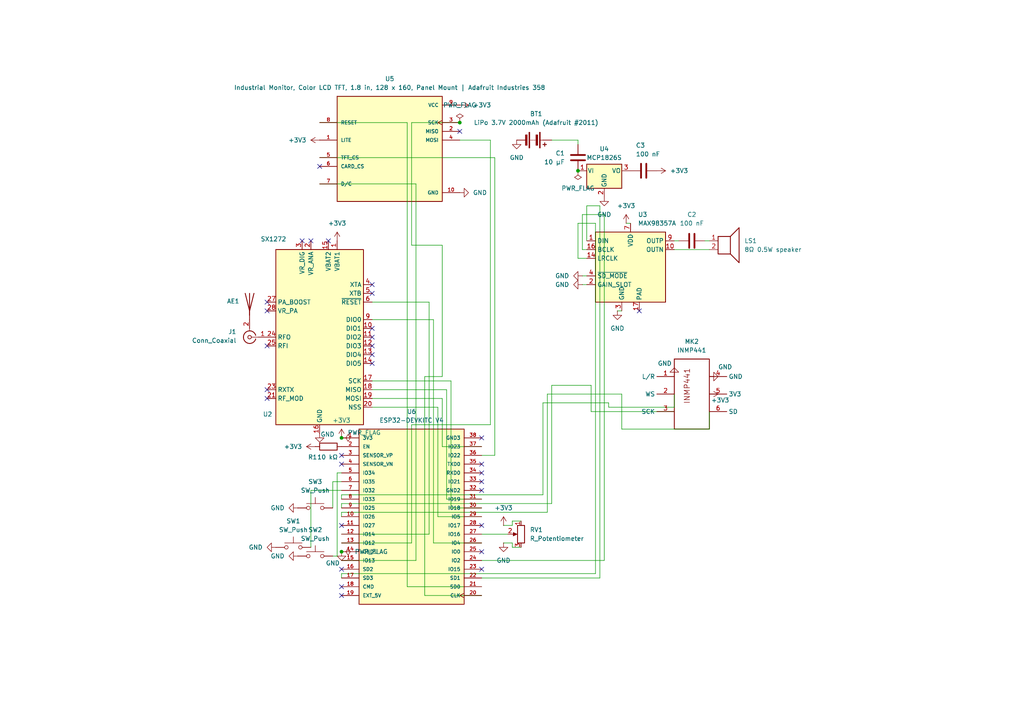
<source format=kicad_sch>
(kicad_sch
	(version 20250114)
	(generator "eeschema")
	(generator_version "9.0")
	(uuid "534d91ed-d775-409a-b4ce-222f1e935a5d")
	(paper "A4")
	(title_block
		(title "ESP32 Lora Walkie Talkie")
	)
	(lib_symbols
		(symbol "358:358"
			(pin_names
				(offset 1.016)
			)
			(exclude_from_sim no)
			(in_bom yes)
			(on_board yes)
			(property "Reference" "U"
				(at -15.24 16.002 0)
				(effects
					(font
						(size 1.27 1.27)
					)
					(justify left bottom)
				)
			)
			(property "Value" "358"
				(at -15.24 -17.78 0)
				(effects
					(font
						(size 1.27 1.27)
					)
					(justify left bottom)
				)
			)
			(property "Footprint" "358:MODULE_358"
				(at 0 0 0)
				(effects
					(font
						(size 1.27 1.27)
					)
					(justify bottom)
					(hide yes)
				)
			)
			(property "Datasheet" ""
				(at 0 0 0)
				(effects
					(font
						(size 1.27 1.27)
					)
					(hide yes)
				)
			)
			(property "Description" ""
				(at 0 0 0)
				(effects
					(font
						(size 1.27 1.27)
					)
					(hide yes)
				)
			)
			(property "MF" "Adafruit"
				(at 0 0 0)
				(effects
					(font
						(size 1.27 1.27)
					)
					(justify bottom)
					(hide yes)
				)
			)
			(property "Description_1" "Industrial Monitor, Color LCD TFT, 1.8 in, 128 x 160, Panel Mount | Adafruit Industries 358"
				(at 0 0 0)
				(effects
					(font
						(size 1.27 1.27)
					)
					(justify bottom)
					(hide yes)
				)
			)
			(property "Package" "Non Standard Adafruit"
				(at 0 0 0)
				(effects
					(font
						(size 1.27 1.27)
					)
					(justify bottom)
					(hide yes)
				)
			)
			(property "Price" "None"
				(at 0 0 0)
				(effects
					(font
						(size 1.27 1.27)
					)
					(justify bottom)
					(hide yes)
				)
			)
			(property "Check_prices" "https://www.snapeda.com/parts/358/Adafruit+Industries/view-part/?ref=eda"
				(at 0 0 0)
				(effects
					(font
						(size 1.27 1.27)
					)
					(justify bottom)
					(hide yes)
				)
			)
			(property "STANDARD" "Manufacturer Recommendations"
				(at 0 0 0)
				(effects
					(font
						(size 1.27 1.27)
					)
					(justify bottom)
					(hide yes)
				)
			)
			(property "PARTREV" "2021-12-09"
				(at 0 0 0)
				(effects
					(font
						(size 1.27 1.27)
					)
					(justify bottom)
					(hide yes)
				)
			)
			(property "SnapEDA_Link" "https://www.snapeda.com/parts/358/Adafruit+Industries/view-part/?ref=snap"
				(at 0 0 0)
				(effects
					(font
						(size 1.27 1.27)
					)
					(justify bottom)
					(hide yes)
				)
			)
			(property "MP" "358"
				(at 0 0 0)
				(effects
					(font
						(size 1.27 1.27)
					)
					(justify bottom)
					(hide yes)
				)
			)
			(property "Availability" "In Stock"
				(at 0 0 0)
				(effects
					(font
						(size 1.27 1.27)
					)
					(justify bottom)
					(hide yes)
				)
			)
			(property "MANUFACTURER" "Adafruit Industries"
				(at 0 0 0)
				(effects
					(font
						(size 1.27 1.27)
					)
					(justify bottom)
					(hide yes)
				)
			)
			(symbol "358_0_0"
				(rectangle
					(start -15.24 -15.24)
					(end 15.24 15.24)
					(stroke
						(width 0.254)
						(type default)
					)
					(fill
						(type background)
					)
				)
				(pin input line
					(at -20.32 7.62 0)
					(length 5.08)
					(name "RESET"
						(effects
							(font
								(size 1.016 1.016)
							)
						)
					)
					(number "8"
						(effects
							(font
								(size 1.016 1.016)
							)
						)
					)
				)
				(pin input line
					(at -20.32 2.54 0)
					(length 5.08)
					(name "LITE"
						(effects
							(font
								(size 1.016 1.016)
							)
						)
					)
					(number "1"
						(effects
							(font
								(size 1.016 1.016)
							)
						)
					)
				)
				(pin input line
					(at -20.32 -2.54 0)
					(length 5.08)
					(name "TFT_CS"
						(effects
							(font
								(size 1.016 1.016)
							)
						)
					)
					(number "5"
						(effects
							(font
								(size 1.016 1.016)
							)
						)
					)
				)
				(pin input line
					(at -20.32 -5.08 0)
					(length 5.08)
					(name "CARD_CS"
						(effects
							(font
								(size 1.016 1.016)
							)
						)
					)
					(number "6"
						(effects
							(font
								(size 1.016 1.016)
							)
						)
					)
				)
				(pin input line
					(at -20.32 -10.16 0)
					(length 5.08)
					(name "D/C"
						(effects
							(font
								(size 1.016 1.016)
							)
						)
					)
					(number "7"
						(effects
							(font
								(size 1.016 1.016)
							)
						)
					)
				)
				(pin power_in line
					(at 20.32 12.7 180)
					(length 5.08)
					(name "VCC"
						(effects
							(font
								(size 1.016 1.016)
							)
						)
					)
					(number "9"
						(effects
							(font
								(size 1.016 1.016)
							)
						)
					)
				)
				(pin input clock
					(at 20.32 7.62 180)
					(length 5.08)
					(name "SCK"
						(effects
							(font
								(size 1.016 1.016)
							)
						)
					)
					(number "3"
						(effects
							(font
								(size 1.016 1.016)
							)
						)
					)
				)
				(pin output line
					(at 20.32 5.08 180)
					(length 5.08)
					(name "MISO"
						(effects
							(font
								(size 1.016 1.016)
							)
						)
					)
					(number "2"
						(effects
							(font
								(size 1.016 1.016)
							)
						)
					)
				)
				(pin input line
					(at 20.32 2.54 180)
					(length 5.08)
					(name "MOSI"
						(effects
							(font
								(size 1.016 1.016)
							)
						)
					)
					(number "4"
						(effects
							(font
								(size 1.016 1.016)
							)
						)
					)
				)
				(pin power_in line
					(at 20.32 -12.7 180)
					(length 5.08)
					(name "GND"
						(effects
							(font
								(size 1.016 1.016)
							)
						)
					)
					(number "10"
						(effects
							(font
								(size 1.016 1.016)
							)
						)
					)
				)
			)
			(embedded_fonts no)
		)
		(symbol "Audio:MAX98357A"
			(exclude_from_sim no)
			(in_bom yes)
			(on_board yes)
			(property "Reference" "U"
				(at -8.89 11.43 0)
				(effects
					(font
						(size 1.27 1.27)
					)
				)
			)
			(property "Value" "MAX98357A"
				(at 10.16 11.43 0)
				(effects
					(font
						(size 1.27 1.27)
					)
				)
			)
			(property "Footprint" "Package_DFN_QFN:TQFN-16-1EP_3x3mm_P0.5mm_EP1.23x1.23mm"
				(at -1.27 -2.54 0)
				(effects
					(font
						(size 1.27 1.27)
					)
					(hide yes)
				)
			)
			(property "Datasheet" "https://www.analog.com/media/en/technical-documentation/data-sheets/MAX98357A-MAX98357B.pdf"
				(at 0 -2.54 0)
				(effects
					(font
						(size 1.27 1.27)
					)
					(hide yes)
				)
			)
			(property "Description" "Mono DAC with amplifier, I2S, PCM, TDM, 32-bit, 96khz, 3.2W, TQFP-16"
				(at 0 0 0)
				(effects
					(font
						(size 1.27 1.27)
					)
					(hide yes)
				)
			)
			(property "ki_keywords" "pcm tdm i2s left-justified amplifier audio dac"
				(at 0 0 0)
				(effects
					(font
						(size 1.27 1.27)
					)
					(hide yes)
				)
			)
			(property "ki_fp_filters" "TQFN*3x3mm*P0.5mm*EP1.23x1.23mm*"
				(at 0 0 0)
				(effects
					(font
						(size 1.27 1.27)
					)
					(hide yes)
				)
			)
			(symbol "MAX98357A_1_1"
				(rectangle
					(start -10.16 10.16)
					(end 10.16 -10.16)
					(stroke
						(width 0.254)
						(type default)
					)
					(fill
						(type background)
					)
				)
				(pin input line
					(at -12.7 7.62 0)
					(length 2.54)
					(name "DIN"
						(effects
							(font
								(size 1.27 1.27)
							)
						)
					)
					(number "1"
						(effects
							(font
								(size 1.27 1.27)
							)
						)
					)
				)
				(pin input line
					(at -12.7 5.08 0)
					(length 2.54)
					(name "BCLK"
						(effects
							(font
								(size 1.27 1.27)
							)
						)
					)
					(number "16"
						(effects
							(font
								(size 1.27 1.27)
							)
						)
					)
				)
				(pin input line
					(at -12.7 2.54 0)
					(length 2.54)
					(name "LRCLK"
						(effects
							(font
								(size 1.27 1.27)
							)
						)
					)
					(number "14"
						(effects
							(font
								(size 1.27 1.27)
							)
						)
					)
				)
				(pin input line
					(at -12.7 -2.54 0)
					(length 2.54)
					(name "~{SD_MODE}"
						(effects
							(font
								(size 1.27 1.27)
							)
						)
					)
					(number "4"
						(effects
							(font
								(size 1.27 1.27)
							)
						)
					)
				)
				(pin passive line
					(at -12.7 -5.08 0)
					(length 2.54)
					(name "GAIN_SLOT"
						(effects
							(font
								(size 1.27 1.27)
							)
						)
					)
					(number "2"
						(effects
							(font
								(size 1.27 1.27)
							)
						)
					)
				)
				(pin passive line
					(at -2.54 -12.7 90)
					(length 2.54)
					(hide yes)
					(name "GND"
						(effects
							(font
								(size 1.27 1.27)
							)
						)
					)
					(number "11"
						(effects
							(font
								(size 1.27 1.27)
							)
						)
					)
				)
				(pin passive line
					(at -2.54 -12.7 90)
					(length 2.54)
					(hide yes)
					(name "GND"
						(effects
							(font
								(size 1.27 1.27)
							)
						)
					)
					(number "15"
						(effects
							(font
								(size 1.27 1.27)
							)
						)
					)
				)
				(pin power_in line
					(at -2.54 -12.7 90)
					(length 2.54)
					(name "GND"
						(effects
							(font
								(size 1.27 1.27)
							)
						)
					)
					(number "3"
						(effects
							(font
								(size 1.27 1.27)
							)
						)
					)
				)
				(pin power_in line
					(at 0 12.7 270)
					(length 2.54)
					(name "VDD"
						(effects
							(font
								(size 1.27 1.27)
							)
						)
					)
					(number "7"
						(effects
							(font
								(size 1.27 1.27)
							)
						)
					)
				)
				(pin passive line
					(at 0 12.7 270)
					(length 2.54)
					(hide yes)
					(name "VDD"
						(effects
							(font
								(size 1.27 1.27)
							)
						)
					)
					(number "8"
						(effects
							(font
								(size 1.27 1.27)
							)
						)
					)
				)
				(pin unspecified line
					(at 2.54 -12.7 90)
					(length 2.54)
					(name "PAD"
						(effects
							(font
								(size 1.27 1.27)
							)
						)
					)
					(number "17"
						(effects
							(font
								(size 1.27 1.27)
							)
						)
					)
				)
				(pin no_connect line
					(at 10.16 2.54 180)
					(length 2.54)
					(hide yes)
					(name "NC"
						(effects
							(font
								(size 1.27 1.27)
							)
						)
					)
					(number "5"
						(effects
							(font
								(size 1.27 1.27)
							)
						)
					)
				)
				(pin no_connect line
					(at 10.16 0 180)
					(length 2.54)
					(hide yes)
					(name "NC"
						(effects
							(font
								(size 1.27 1.27)
							)
						)
					)
					(number "6"
						(effects
							(font
								(size 1.27 1.27)
							)
						)
					)
				)
				(pin no_connect line
					(at 10.16 -5.08 180)
					(length 2.54)
					(hide yes)
					(name "NC"
						(effects
							(font
								(size 1.27 1.27)
							)
						)
					)
					(number "12"
						(effects
							(font
								(size 1.27 1.27)
							)
						)
					)
				)
				(pin no_connect line
					(at 10.16 -7.62 180)
					(length 2.54)
					(hide yes)
					(name "NC"
						(effects
							(font
								(size 1.27 1.27)
							)
						)
					)
					(number "13"
						(effects
							(font
								(size 1.27 1.27)
							)
						)
					)
				)
				(pin output line
					(at 12.7 7.62 180)
					(length 2.54)
					(name "OUTP"
						(effects
							(font
								(size 1.27 1.27)
							)
						)
					)
					(number "9"
						(effects
							(font
								(size 1.27 1.27)
							)
						)
					)
				)
				(pin output line
					(at 12.7 5.08 180)
					(length 2.54)
					(name "OUTN"
						(effects
							(font
								(size 1.27 1.27)
							)
						)
					)
					(number "10"
						(effects
							(font
								(size 1.27 1.27)
							)
						)
					)
				)
			)
			(embedded_fonts no)
		)
		(symbol "Connector:Conn_Coaxial"
			(pin_names
				(offset 1.016)
				(hide yes)
			)
			(exclude_from_sim no)
			(in_bom yes)
			(on_board yes)
			(property "Reference" "J"
				(at 0.254 3.048 0)
				(effects
					(font
						(size 1.27 1.27)
					)
				)
			)
			(property "Value" "Conn_Coaxial"
				(at 2.921 0 90)
				(effects
					(font
						(size 1.27 1.27)
					)
				)
			)
			(property "Footprint" ""
				(at 0 0 0)
				(effects
					(font
						(size 1.27 1.27)
					)
					(hide yes)
				)
			)
			(property "Datasheet" "~"
				(at 0 0 0)
				(effects
					(font
						(size 1.27 1.27)
					)
					(hide yes)
				)
			)
			(property "Description" "coaxial connector (BNC, SMA, SMB, SMC, Cinch/RCA, LEMO, ...)"
				(at 0 0 0)
				(effects
					(font
						(size 1.27 1.27)
					)
					(hide yes)
				)
			)
			(property "ki_keywords" "BNC SMA SMB SMC LEMO coaxial connector CINCH RCA MCX MMCX U.FL UMRF"
				(at 0 0 0)
				(effects
					(font
						(size 1.27 1.27)
					)
					(hide yes)
				)
			)
			(property "ki_fp_filters" "*BNC* *SMA* *SMB* *SMC* *Cinch* *LEMO* *UMRF* *MCX* *U.FL*"
				(at 0 0 0)
				(effects
					(font
						(size 1.27 1.27)
					)
					(hide yes)
				)
			)
			(symbol "Conn_Coaxial_0_1"
				(polyline
					(pts
						(xy -2.54 0) (xy -0.508 0)
					)
					(stroke
						(width 0)
						(type default)
					)
					(fill
						(type none)
					)
				)
				(arc
					(start 1.778 0)
					(mid 0.222 -1.8079)
					(end -1.778 -0.508)
					(stroke
						(width 0.254)
						(type default)
					)
					(fill
						(type none)
					)
				)
				(arc
					(start -1.778 0.508)
					(mid 0.2221 1.8084)
					(end 1.778 0)
					(stroke
						(width 0.254)
						(type default)
					)
					(fill
						(type none)
					)
				)
				(circle
					(center 0 0)
					(radius 0.508)
					(stroke
						(width 0.2032)
						(type default)
					)
					(fill
						(type none)
					)
				)
				(polyline
					(pts
						(xy 0 -2.54) (xy 0 -1.778)
					)
					(stroke
						(width 0)
						(type default)
					)
					(fill
						(type none)
					)
				)
			)
			(symbol "Conn_Coaxial_1_1"
				(pin passive line
					(at -5.08 0 0)
					(length 2.54)
					(name "In"
						(effects
							(font
								(size 1.27 1.27)
							)
						)
					)
					(number "1"
						(effects
							(font
								(size 1.27 1.27)
							)
						)
					)
				)
				(pin passive line
					(at 0 -5.08 90)
					(length 2.54)
					(name "Ext"
						(effects
							(font
								(size 1.27 1.27)
							)
						)
					)
					(number "2"
						(effects
							(font
								(size 1.27 1.27)
							)
						)
					)
				)
			)
			(embedded_fonts no)
		)
		(symbol "Device:Antenna"
			(pin_numbers
				(hide yes)
			)
			(pin_names
				(offset 1.016)
				(hide yes)
			)
			(exclude_from_sim no)
			(in_bom yes)
			(on_board yes)
			(property "Reference" "AE"
				(at -1.905 1.905 0)
				(effects
					(font
						(size 1.27 1.27)
					)
					(justify right)
				)
			)
			(property "Value" "Antenna"
				(at -1.905 0 0)
				(effects
					(font
						(size 1.27 1.27)
					)
					(justify right)
				)
			)
			(property "Footprint" ""
				(at 0 0 0)
				(effects
					(font
						(size 1.27 1.27)
					)
					(hide yes)
				)
			)
			(property "Datasheet" "~"
				(at 0 0 0)
				(effects
					(font
						(size 1.27 1.27)
					)
					(hide yes)
				)
			)
			(property "Description" "Antenna"
				(at 0 0 0)
				(effects
					(font
						(size 1.27 1.27)
					)
					(hide yes)
				)
			)
			(property "ki_keywords" "antenna"
				(at 0 0 0)
				(effects
					(font
						(size 1.27 1.27)
					)
					(hide yes)
				)
			)
			(symbol "Antenna_0_1"
				(polyline
					(pts
						(xy 0 2.54) (xy 0 -3.81)
					)
					(stroke
						(width 0.254)
						(type default)
					)
					(fill
						(type none)
					)
				)
				(polyline
					(pts
						(xy 1.27 2.54) (xy 0 -2.54) (xy -1.27 2.54)
					)
					(stroke
						(width 0.254)
						(type default)
					)
					(fill
						(type none)
					)
				)
			)
			(symbol "Antenna_1_1"
				(pin input line
					(at 0 -5.08 90)
					(length 2.54)
					(name "A"
						(effects
							(font
								(size 1.27 1.27)
							)
						)
					)
					(number "1"
						(effects
							(font
								(size 1.27 1.27)
							)
						)
					)
				)
			)
			(embedded_fonts no)
		)
		(symbol "Device:Battery"
			(pin_numbers
				(hide yes)
			)
			(pin_names
				(offset 0)
				(hide yes)
			)
			(exclude_from_sim no)
			(in_bom yes)
			(on_board yes)
			(property "Reference" "BT"
				(at 2.54 2.54 0)
				(effects
					(font
						(size 1.27 1.27)
					)
					(justify left)
				)
			)
			(property "Value" "Battery"
				(at 2.54 0 0)
				(effects
					(font
						(size 1.27 1.27)
					)
					(justify left)
				)
			)
			(property "Footprint" ""
				(at 0 1.524 90)
				(effects
					(font
						(size 1.27 1.27)
					)
					(hide yes)
				)
			)
			(property "Datasheet" "~"
				(at 0 1.524 90)
				(effects
					(font
						(size 1.27 1.27)
					)
					(hide yes)
				)
			)
			(property "Description" "Multiple-cell battery"
				(at 0 0 0)
				(effects
					(font
						(size 1.27 1.27)
					)
					(hide yes)
				)
			)
			(property "ki_keywords" "batt voltage-source cell"
				(at 0 0 0)
				(effects
					(font
						(size 1.27 1.27)
					)
					(hide yes)
				)
			)
			(symbol "Battery_0_1"
				(rectangle
					(start -2.286 1.778)
					(end 2.286 1.524)
					(stroke
						(width 0)
						(type default)
					)
					(fill
						(type outline)
					)
				)
				(rectangle
					(start -2.286 -1.27)
					(end 2.286 -1.524)
					(stroke
						(width 0)
						(type default)
					)
					(fill
						(type outline)
					)
				)
				(rectangle
					(start -1.524 1.016)
					(end 1.524 0.508)
					(stroke
						(width 0)
						(type default)
					)
					(fill
						(type outline)
					)
				)
				(rectangle
					(start -1.524 -2.032)
					(end 1.524 -2.54)
					(stroke
						(width 0)
						(type default)
					)
					(fill
						(type outline)
					)
				)
				(polyline
					(pts
						(xy 0 1.778) (xy 0 2.54)
					)
					(stroke
						(width 0)
						(type default)
					)
					(fill
						(type none)
					)
				)
				(polyline
					(pts
						(xy 0 0) (xy 0 0.254)
					)
					(stroke
						(width 0)
						(type default)
					)
					(fill
						(type none)
					)
				)
				(polyline
					(pts
						(xy 0 -0.508) (xy 0 -0.254)
					)
					(stroke
						(width 0)
						(type default)
					)
					(fill
						(type none)
					)
				)
				(polyline
					(pts
						(xy 0 -1.016) (xy 0 -0.762)
					)
					(stroke
						(width 0)
						(type default)
					)
					(fill
						(type none)
					)
				)
				(polyline
					(pts
						(xy 0.762 3.048) (xy 1.778 3.048)
					)
					(stroke
						(width 0.254)
						(type default)
					)
					(fill
						(type none)
					)
				)
				(polyline
					(pts
						(xy 1.27 3.556) (xy 1.27 2.54)
					)
					(stroke
						(width 0.254)
						(type default)
					)
					(fill
						(type none)
					)
				)
			)
			(symbol "Battery_1_1"
				(pin passive line
					(at 0 5.08 270)
					(length 2.54)
					(name "+"
						(effects
							(font
								(size 1.27 1.27)
							)
						)
					)
					(number "1"
						(effects
							(font
								(size 1.27 1.27)
							)
						)
					)
				)
				(pin passive line
					(at 0 -5.08 90)
					(length 2.54)
					(name "-"
						(effects
							(font
								(size 1.27 1.27)
							)
						)
					)
					(number "2"
						(effects
							(font
								(size 1.27 1.27)
							)
						)
					)
				)
			)
			(embedded_fonts no)
		)
		(symbol "Device:C"
			(pin_numbers
				(hide yes)
			)
			(pin_names
				(offset 0.254)
			)
			(exclude_from_sim no)
			(in_bom yes)
			(on_board yes)
			(property "Reference" "C"
				(at 0.635 2.54 0)
				(effects
					(font
						(size 1.27 1.27)
					)
					(justify left)
				)
			)
			(property "Value" "C"
				(at 0.635 -2.54 0)
				(effects
					(font
						(size 1.27 1.27)
					)
					(justify left)
				)
			)
			(property "Footprint" ""
				(at 0.9652 -3.81 0)
				(effects
					(font
						(size 1.27 1.27)
					)
					(hide yes)
				)
			)
			(property "Datasheet" "~"
				(at 0 0 0)
				(effects
					(font
						(size 1.27 1.27)
					)
					(hide yes)
				)
			)
			(property "Description" "Unpolarized capacitor"
				(at 0 0 0)
				(effects
					(font
						(size 1.27 1.27)
					)
					(hide yes)
				)
			)
			(property "ki_keywords" "cap capacitor"
				(at 0 0 0)
				(effects
					(font
						(size 1.27 1.27)
					)
					(hide yes)
				)
			)
			(property "ki_fp_filters" "C_*"
				(at 0 0 0)
				(effects
					(font
						(size 1.27 1.27)
					)
					(hide yes)
				)
			)
			(symbol "C_0_1"
				(polyline
					(pts
						(xy -2.032 0.762) (xy 2.032 0.762)
					)
					(stroke
						(width 0.508)
						(type default)
					)
					(fill
						(type none)
					)
				)
				(polyline
					(pts
						(xy -2.032 -0.762) (xy 2.032 -0.762)
					)
					(stroke
						(width 0.508)
						(type default)
					)
					(fill
						(type none)
					)
				)
			)
			(symbol "C_1_1"
				(pin passive line
					(at 0 3.81 270)
					(length 2.794)
					(name "~"
						(effects
							(font
								(size 1.27 1.27)
							)
						)
					)
					(number "1"
						(effects
							(font
								(size 1.27 1.27)
							)
						)
					)
				)
				(pin passive line
					(at 0 -3.81 90)
					(length 2.794)
					(name "~"
						(effects
							(font
								(size 1.27 1.27)
							)
						)
					)
					(number "2"
						(effects
							(font
								(size 1.27 1.27)
							)
						)
					)
				)
			)
			(embedded_fonts no)
		)
		(symbol "Device:R"
			(pin_numbers
				(hide yes)
			)
			(pin_names
				(offset 0)
			)
			(exclude_from_sim no)
			(in_bom yes)
			(on_board yes)
			(property "Reference" "R"
				(at 2.032 0 90)
				(effects
					(font
						(size 1.27 1.27)
					)
				)
			)
			(property "Value" "R"
				(at 0 0 90)
				(effects
					(font
						(size 1.27 1.27)
					)
				)
			)
			(property "Footprint" ""
				(at -1.778 0 90)
				(effects
					(font
						(size 1.27 1.27)
					)
					(hide yes)
				)
			)
			(property "Datasheet" "~"
				(at 0 0 0)
				(effects
					(font
						(size 1.27 1.27)
					)
					(hide yes)
				)
			)
			(property "Description" "Resistor"
				(at 0 0 0)
				(effects
					(font
						(size 1.27 1.27)
					)
					(hide yes)
				)
			)
			(property "ki_keywords" "R res resistor"
				(at 0 0 0)
				(effects
					(font
						(size 1.27 1.27)
					)
					(hide yes)
				)
			)
			(property "ki_fp_filters" "R_*"
				(at 0 0 0)
				(effects
					(font
						(size 1.27 1.27)
					)
					(hide yes)
				)
			)
			(symbol "R_0_1"
				(rectangle
					(start -1.016 -2.54)
					(end 1.016 2.54)
					(stroke
						(width 0.254)
						(type default)
					)
					(fill
						(type none)
					)
				)
			)
			(symbol "R_1_1"
				(pin passive line
					(at 0 3.81 270)
					(length 1.27)
					(name "~"
						(effects
							(font
								(size 1.27 1.27)
							)
						)
					)
					(number "1"
						(effects
							(font
								(size 1.27 1.27)
							)
						)
					)
				)
				(pin passive line
					(at 0 -3.81 90)
					(length 1.27)
					(name "~"
						(effects
							(font
								(size 1.27 1.27)
							)
						)
					)
					(number "2"
						(effects
							(font
								(size 1.27 1.27)
							)
						)
					)
				)
			)
			(embedded_fonts no)
		)
		(symbol "Device:R_Potentiometer"
			(pin_names
				(offset 1.016)
				(hide yes)
			)
			(exclude_from_sim no)
			(in_bom yes)
			(on_board yes)
			(property "Reference" "RV"
				(at -4.445 0 90)
				(effects
					(font
						(size 1.27 1.27)
					)
				)
			)
			(property "Value" "R_Potentiometer"
				(at -2.54 0 90)
				(effects
					(font
						(size 1.27 1.27)
					)
				)
			)
			(property "Footprint" ""
				(at 0 0 0)
				(effects
					(font
						(size 1.27 1.27)
					)
					(hide yes)
				)
			)
			(property "Datasheet" "~"
				(at 0 0 0)
				(effects
					(font
						(size 1.27 1.27)
					)
					(hide yes)
				)
			)
			(property "Description" "Potentiometer"
				(at 0 0 0)
				(effects
					(font
						(size 1.27 1.27)
					)
					(hide yes)
				)
			)
			(property "ki_keywords" "resistor variable"
				(at 0 0 0)
				(effects
					(font
						(size 1.27 1.27)
					)
					(hide yes)
				)
			)
			(property "ki_fp_filters" "Potentiometer*"
				(at 0 0 0)
				(effects
					(font
						(size 1.27 1.27)
					)
					(hide yes)
				)
			)
			(symbol "R_Potentiometer_0_1"
				(rectangle
					(start 1.016 2.54)
					(end -1.016 -2.54)
					(stroke
						(width 0.254)
						(type default)
					)
					(fill
						(type none)
					)
				)
				(polyline
					(pts
						(xy 1.143 0) (xy 2.286 0.508) (xy 2.286 -0.508) (xy 1.143 0)
					)
					(stroke
						(width 0)
						(type default)
					)
					(fill
						(type outline)
					)
				)
				(polyline
					(pts
						(xy 2.54 0) (xy 1.524 0)
					)
					(stroke
						(width 0)
						(type default)
					)
					(fill
						(type none)
					)
				)
			)
			(symbol "R_Potentiometer_1_1"
				(pin passive line
					(at 0 3.81 270)
					(length 1.27)
					(name "1"
						(effects
							(font
								(size 1.27 1.27)
							)
						)
					)
					(number "1"
						(effects
							(font
								(size 1.27 1.27)
							)
						)
					)
				)
				(pin passive line
					(at 0 -3.81 90)
					(length 1.27)
					(name "3"
						(effects
							(font
								(size 1.27 1.27)
							)
						)
					)
					(number "3"
						(effects
							(font
								(size 1.27 1.27)
							)
						)
					)
				)
				(pin passive line
					(at 3.81 0 180)
					(length 1.27)
					(name "2"
						(effects
							(font
								(size 1.27 1.27)
							)
						)
					)
					(number "2"
						(effects
							(font
								(size 1.27 1.27)
							)
						)
					)
				)
			)
			(embedded_fonts no)
		)
		(symbol "Device:Speaker"
			(pin_names
				(offset 0)
				(hide yes)
			)
			(exclude_from_sim no)
			(in_bom yes)
			(on_board yes)
			(property "Reference" "LS"
				(at 1.27 5.715 0)
				(effects
					(font
						(size 1.27 1.27)
					)
					(justify right)
				)
			)
			(property "Value" "Speaker"
				(at 1.27 3.81 0)
				(effects
					(font
						(size 1.27 1.27)
					)
					(justify right)
				)
			)
			(property "Footprint" ""
				(at 0 -5.08 0)
				(effects
					(font
						(size 1.27 1.27)
					)
					(hide yes)
				)
			)
			(property "Datasheet" "~"
				(at -0.254 -1.27 0)
				(effects
					(font
						(size 1.27 1.27)
					)
					(hide yes)
				)
			)
			(property "Description" "Speaker"
				(at 0 0 0)
				(effects
					(font
						(size 1.27 1.27)
					)
					(hide yes)
				)
			)
			(property "ki_keywords" "speaker sound"
				(at 0 0 0)
				(effects
					(font
						(size 1.27 1.27)
					)
					(hide yes)
				)
			)
			(symbol "Speaker_0_0"
				(rectangle
					(start -2.54 1.27)
					(end 1.016 -3.81)
					(stroke
						(width 0.254)
						(type default)
					)
					(fill
						(type none)
					)
				)
				(polyline
					(pts
						(xy 1.016 1.27) (xy 3.556 3.81) (xy 3.556 -6.35) (xy 1.016 -3.81)
					)
					(stroke
						(width 0.254)
						(type default)
					)
					(fill
						(type none)
					)
				)
			)
			(symbol "Speaker_1_1"
				(pin input line
					(at -5.08 0 0)
					(length 2.54)
					(name "1"
						(effects
							(font
								(size 1.27 1.27)
							)
						)
					)
					(number "1"
						(effects
							(font
								(size 1.27 1.27)
							)
						)
					)
				)
				(pin input line
					(at -5.08 -2.54 0)
					(length 2.54)
					(name "2"
						(effects
							(font
								(size 1.27 1.27)
							)
						)
					)
					(number "2"
						(effects
							(font
								(size 1.27 1.27)
							)
						)
					)
				)
			)
			(embedded_fonts no)
		)
		(symbol "ESP32-DEVKITC:ESP32-DEVKITC"
			(pin_names
				(offset 1.016)
			)
			(exclude_from_sim no)
			(in_bom yes)
			(on_board yes)
			(property "Reference" "U"
				(at -15.2572 26.0643 0)
				(effects
					(font
						(size 1.27 1.27)
					)
					(justify left bottom)
				)
			)
			(property "Value" "ESP32-DEVKITC"
				(at -15.2563 -27.9698 0)
				(effects
					(font
						(size 1.27 1.27)
					)
					(justify left bottom)
				)
			)
			(property "Footprint" "ESP32-DEVKITC:MODULE_ESP32-DEVKITC"
				(at 0 0 0)
				(effects
					(font
						(size 1.27 1.27)
					)
					(justify bottom)
					(hide yes)
				)
			)
			(property "Datasheet" ""
				(at 0 0 0)
				(effects
					(font
						(size 1.27 1.27)
					)
					(hide yes)
				)
			)
			(property "Description" ""
				(at 0 0 0)
				(effects
					(font
						(size 1.27 1.27)
					)
					(hide yes)
				)
			)
			(property "MF" "Espressif Systems"
				(at 0 0 0)
				(effects
					(font
						(size 1.27 1.27)
					)
					(justify bottom)
					(hide yes)
				)
			)
			(property "Description_1" "ESP32-WROOM-32UE series Transceiver; 802.11 b/g/n (Wi-Fi, WiFi, WLAN), Bluetooth ® Smart Ready 4.x Dual Mode Evaluation Board"
				(at 0 0 0)
				(effects
					(font
						(size 1.27 1.27)
					)
					(justify bottom)
					(hide yes)
				)
			)
			(property "Package" "None"
				(at 0 0 0)
				(effects
					(font
						(size 1.27 1.27)
					)
					(justify bottom)
					(hide yes)
				)
			)
			(property "Price" "None"
				(at 0 0 0)
				(effects
					(font
						(size 1.27 1.27)
					)
					(justify bottom)
					(hide yes)
				)
			)
			(property "Check_prices" "https://www.snapeda.com/parts/ESP32-DEVKITC/Espressif+Systems/view-part/?ref=eda"
				(at 0 0 0)
				(effects
					(font
						(size 1.27 1.27)
					)
					(justify bottom)
					(hide yes)
				)
			)
			(property "STANDARD" "Manufacturer Recommendations"
				(at 0 0 0)
				(effects
					(font
						(size 1.27 1.27)
					)
					(justify bottom)
					(hide yes)
				)
			)
			(property "PARTREV" "N/A"
				(at 0 0 0)
				(effects
					(font
						(size 1.27 1.27)
					)
					(justify bottom)
					(hide yes)
				)
			)
			(property "SnapEDA_Link" "https://www.snapeda.com/parts/ESP32-DEVKITC/Espressif+Systems/view-part/?ref=snap"
				(at 0 0 0)
				(effects
					(font
						(size 1.27 1.27)
					)
					(justify bottom)
					(hide yes)
				)
			)
			(property "MP" "ESP32-DEVKITC"
				(at 0 0 0)
				(effects
					(font
						(size 1.27 1.27)
					)
					(justify bottom)
					(hide yes)
				)
			)
			(property "Availability" "In Stock"
				(at 0 0 0)
				(effects
					(font
						(size 1.27 1.27)
					)
					(justify bottom)
					(hide yes)
				)
			)
			(property "MANUFACTURER" "ESPRESSIF"
				(at 0 0 0)
				(effects
					(font
						(size 1.27 1.27)
					)
					(justify bottom)
					(hide yes)
				)
			)
			(symbol "ESP32-DEVKITC_0_0"
				(rectangle
					(start -15.24 -25.4)
					(end 15.24 25.4)
					(stroke
						(width 0.254)
						(type default)
					)
					(fill
						(type background)
					)
				)
				(pin power_in line
					(at -20.32 22.86 0)
					(length 5.08)
					(name "3V3"
						(effects
							(font
								(size 1.016 1.016)
							)
						)
					)
					(number "1"
						(effects
							(font
								(size 1.016 1.016)
							)
						)
					)
				)
				(pin input line
					(at -20.32 20.32 0)
					(length 5.08)
					(name "EN"
						(effects
							(font
								(size 1.016 1.016)
							)
						)
					)
					(number "2"
						(effects
							(font
								(size 1.016 1.016)
							)
						)
					)
				)
				(pin input line
					(at -20.32 17.78 0)
					(length 5.08)
					(name "SENSOR_VP"
						(effects
							(font
								(size 1.016 1.016)
							)
						)
					)
					(number "3"
						(effects
							(font
								(size 1.016 1.016)
							)
						)
					)
				)
				(pin input line
					(at -20.32 15.24 0)
					(length 5.08)
					(name "SENSOR_VN"
						(effects
							(font
								(size 1.016 1.016)
							)
						)
					)
					(number "4"
						(effects
							(font
								(size 1.016 1.016)
							)
						)
					)
				)
				(pin bidirectional line
					(at -20.32 12.7 0)
					(length 5.08)
					(name "IO34"
						(effects
							(font
								(size 1.016 1.016)
							)
						)
					)
					(number "5"
						(effects
							(font
								(size 1.016 1.016)
							)
						)
					)
				)
				(pin bidirectional line
					(at -20.32 10.16 0)
					(length 5.08)
					(name "IO35"
						(effects
							(font
								(size 1.016 1.016)
							)
						)
					)
					(number "6"
						(effects
							(font
								(size 1.016 1.016)
							)
						)
					)
				)
				(pin bidirectional line
					(at -20.32 7.62 0)
					(length 5.08)
					(name "IO32"
						(effects
							(font
								(size 1.016 1.016)
							)
						)
					)
					(number "7"
						(effects
							(font
								(size 1.016 1.016)
							)
						)
					)
				)
				(pin bidirectional line
					(at -20.32 5.08 0)
					(length 5.08)
					(name "IO33"
						(effects
							(font
								(size 1.016 1.016)
							)
						)
					)
					(number "8"
						(effects
							(font
								(size 1.016 1.016)
							)
						)
					)
				)
				(pin bidirectional line
					(at -20.32 2.54 0)
					(length 5.08)
					(name "IO25"
						(effects
							(font
								(size 1.016 1.016)
							)
						)
					)
					(number "9"
						(effects
							(font
								(size 1.016 1.016)
							)
						)
					)
				)
				(pin bidirectional line
					(at -20.32 0 0)
					(length 5.08)
					(name "IO26"
						(effects
							(font
								(size 1.016 1.016)
							)
						)
					)
					(number "10"
						(effects
							(font
								(size 1.016 1.016)
							)
						)
					)
				)
				(pin bidirectional line
					(at -20.32 -2.54 0)
					(length 5.08)
					(name "IO27"
						(effects
							(font
								(size 1.016 1.016)
							)
						)
					)
					(number "11"
						(effects
							(font
								(size 1.016 1.016)
							)
						)
					)
				)
				(pin bidirectional line
					(at -20.32 -5.08 0)
					(length 5.08)
					(name "IO14"
						(effects
							(font
								(size 1.016 1.016)
							)
						)
					)
					(number "12"
						(effects
							(font
								(size 1.016 1.016)
							)
						)
					)
				)
				(pin bidirectional line
					(at -20.32 -7.62 0)
					(length 5.08)
					(name "IO12"
						(effects
							(font
								(size 1.016 1.016)
							)
						)
					)
					(number "13"
						(effects
							(font
								(size 1.016 1.016)
							)
						)
					)
				)
				(pin power_in line
					(at -20.32 -10.16 0)
					(length 5.08)
					(name "GND1"
						(effects
							(font
								(size 1.016 1.016)
							)
						)
					)
					(number "14"
						(effects
							(font
								(size 1.016 1.016)
							)
						)
					)
				)
				(pin bidirectional line
					(at -20.32 -12.7 0)
					(length 5.08)
					(name "IO13"
						(effects
							(font
								(size 1.016 1.016)
							)
						)
					)
					(number "15"
						(effects
							(font
								(size 1.016 1.016)
							)
						)
					)
				)
				(pin bidirectional line
					(at -20.32 -15.24 0)
					(length 5.08)
					(name "SD2"
						(effects
							(font
								(size 1.016 1.016)
							)
						)
					)
					(number "16"
						(effects
							(font
								(size 1.016 1.016)
							)
						)
					)
				)
				(pin bidirectional line
					(at -20.32 -17.78 0)
					(length 5.08)
					(name "SD3"
						(effects
							(font
								(size 1.016 1.016)
							)
						)
					)
					(number "17"
						(effects
							(font
								(size 1.016 1.016)
							)
						)
					)
				)
				(pin bidirectional line
					(at -20.32 -20.32 0)
					(length 5.08)
					(name "CMD"
						(effects
							(font
								(size 1.016 1.016)
							)
						)
					)
					(number "18"
						(effects
							(font
								(size 1.016 1.016)
							)
						)
					)
				)
				(pin power_in line
					(at -20.32 -22.86 0)
					(length 5.08)
					(name "EXT_5V"
						(effects
							(font
								(size 1.016 1.016)
							)
						)
					)
					(number "19"
						(effects
							(font
								(size 1.016 1.016)
							)
						)
					)
				)
				(pin power_in line
					(at 20.32 22.86 180)
					(length 5.08)
					(name "GND3"
						(effects
							(font
								(size 1.016 1.016)
							)
						)
					)
					(number "38"
						(effects
							(font
								(size 1.016 1.016)
							)
						)
					)
				)
				(pin bidirectional line
					(at 20.32 20.32 180)
					(length 5.08)
					(name "IO23"
						(effects
							(font
								(size 1.016 1.016)
							)
						)
					)
					(number "37"
						(effects
							(font
								(size 1.016 1.016)
							)
						)
					)
				)
				(pin bidirectional line
					(at 20.32 17.78 180)
					(length 5.08)
					(name "IO22"
						(effects
							(font
								(size 1.016 1.016)
							)
						)
					)
					(number "36"
						(effects
							(font
								(size 1.016 1.016)
							)
						)
					)
				)
				(pin output line
					(at 20.32 15.24 180)
					(length 5.08)
					(name "TXD0"
						(effects
							(font
								(size 1.016 1.016)
							)
						)
					)
					(number "35"
						(effects
							(font
								(size 1.016 1.016)
							)
						)
					)
				)
				(pin input line
					(at 20.32 12.7 180)
					(length 5.08)
					(name "RXD0"
						(effects
							(font
								(size 1.016 1.016)
							)
						)
					)
					(number "34"
						(effects
							(font
								(size 1.016 1.016)
							)
						)
					)
				)
				(pin bidirectional line
					(at 20.32 10.16 180)
					(length 5.08)
					(name "IO21"
						(effects
							(font
								(size 1.016 1.016)
							)
						)
					)
					(number "33"
						(effects
							(font
								(size 1.016 1.016)
							)
						)
					)
				)
				(pin power_in line
					(at 20.32 7.62 180)
					(length 5.08)
					(name "GND2"
						(effects
							(font
								(size 1.016 1.016)
							)
						)
					)
					(number "32"
						(effects
							(font
								(size 1.016 1.016)
							)
						)
					)
				)
				(pin bidirectional line
					(at 20.32 5.08 180)
					(length 5.08)
					(name "IO19"
						(effects
							(font
								(size 1.016 1.016)
							)
						)
					)
					(number "31"
						(effects
							(font
								(size 1.016 1.016)
							)
						)
					)
				)
				(pin bidirectional line
					(at 20.32 2.54 180)
					(length 5.08)
					(name "IO18"
						(effects
							(font
								(size 1.016 1.016)
							)
						)
					)
					(number "30"
						(effects
							(font
								(size 1.016 1.016)
							)
						)
					)
				)
				(pin bidirectional line
					(at 20.32 0 180)
					(length 5.08)
					(name "IO5"
						(effects
							(font
								(size 1.016 1.016)
							)
						)
					)
					(number "29"
						(effects
							(font
								(size 1.016 1.016)
							)
						)
					)
				)
				(pin bidirectional line
					(at 20.32 -2.54 180)
					(length 5.08)
					(name "IO17"
						(effects
							(font
								(size 1.016 1.016)
							)
						)
					)
					(number "28"
						(effects
							(font
								(size 1.016 1.016)
							)
						)
					)
				)
				(pin bidirectional line
					(at 20.32 -5.08 180)
					(length 5.08)
					(name "IO16"
						(effects
							(font
								(size 1.016 1.016)
							)
						)
					)
					(number "27"
						(effects
							(font
								(size 1.016 1.016)
							)
						)
					)
				)
				(pin bidirectional line
					(at 20.32 -7.62 180)
					(length 5.08)
					(name "IO4"
						(effects
							(font
								(size 1.016 1.016)
							)
						)
					)
					(number "26"
						(effects
							(font
								(size 1.016 1.016)
							)
						)
					)
				)
				(pin bidirectional line
					(at 20.32 -10.16 180)
					(length 5.08)
					(name "IO0"
						(effects
							(font
								(size 1.016 1.016)
							)
						)
					)
					(number "25"
						(effects
							(font
								(size 1.016 1.016)
							)
						)
					)
				)
				(pin bidirectional line
					(at 20.32 -12.7 180)
					(length 5.08)
					(name "IO2"
						(effects
							(font
								(size 1.016 1.016)
							)
						)
					)
					(number "24"
						(effects
							(font
								(size 1.016 1.016)
							)
						)
					)
				)
				(pin bidirectional line
					(at 20.32 -15.24 180)
					(length 5.08)
					(name "IO15"
						(effects
							(font
								(size 1.016 1.016)
							)
						)
					)
					(number "23"
						(effects
							(font
								(size 1.016 1.016)
							)
						)
					)
				)
				(pin bidirectional line
					(at 20.32 -17.78 180)
					(length 5.08)
					(name "SD1"
						(effects
							(font
								(size 1.016 1.016)
							)
						)
					)
					(number "22"
						(effects
							(font
								(size 1.016 1.016)
							)
						)
					)
				)
				(pin bidirectional line
					(at 20.32 -20.32 180)
					(length 5.08)
					(name "SD0"
						(effects
							(font
								(size 1.016 1.016)
							)
						)
					)
					(number "21"
						(effects
							(font
								(size 1.016 1.016)
							)
						)
					)
				)
				(pin input clock
					(at 20.32 -22.86 180)
					(length 5.08)
					(name "CLK"
						(effects
							(font
								(size 1.016 1.016)
							)
						)
					)
					(number "20"
						(effects
							(font
								(size 1.016 1.016)
							)
						)
					)
				)
			)
			(embedded_fonts no)
		)
		(symbol "RF:SX1272"
			(exclude_from_sim no)
			(in_bom yes)
			(on_board yes)
			(property "Reference" "U"
				(at 13.97 24.13 0)
				(effects
					(font
						(size 1.27 1.27)
					)
					(justify left)
				)
			)
			(property "Value" "SX1272"
				(at 13.97 21.59 0)
				(effects
					(font
						(size 1.27 1.27)
					)
					(justify left)
				)
			)
			(property "Footprint" "Package_DFN_QFN:QFN-28-1EP_6x6mm_P0.65mm_EP4.8x4.8mm"
				(at 0 -7.62 0)
				(effects
					(font
						(size 1.27 1.27)
					)
					(hide yes)
				)
			)
			(property "Datasheet" "https://semtech.my.salesforce.com/sfc/p/#E0000000JelG/a/440000001NCE/v_VBhk1IolDgxwwnOpcS_vTFxPfSEPQbuneK3mWsXlU"
				(at 0 -5.08 0)
				(effects
					(font
						(size 1.27 1.27)
					)
					(hide yes)
				)
			)
			(property "Description" "860 MHz to 1020 MHz Low Power Long Range Transceiver, spreading factor from 6 to 12, LoRA, QFN-28"
				(at 0 0 0)
				(effects
					(font
						(size 1.27 1.27)
					)
					(hide yes)
				)
			)
			(property "ki_keywords" "low-power lora transceiver"
				(at 0 0 0)
				(effects
					(font
						(size 1.27 1.27)
					)
					(hide yes)
				)
			)
			(property "ki_fp_filters" "QFN*1EP*6x6mm*P0.65mm*"
				(at 0 0 0)
				(effects
					(font
						(size 1.27 1.27)
					)
					(hide yes)
				)
			)
			(symbol "SX1272_0_1"
				(rectangle
					(start -12.7 25.4)
					(end 12.7 -25.4)
					(stroke
						(width 0.254)
						(type default)
					)
					(fill
						(type background)
					)
				)
			)
			(symbol "SX1272_1_1"
				(pin bidirectional line
					(at -15.24 15.24 0)
					(length 2.54)
					(name "XTA"
						(effects
							(font
								(size 1.27 1.27)
							)
						)
					)
					(number "4"
						(effects
							(font
								(size 1.27 1.27)
							)
						)
					)
				)
				(pin bidirectional line
					(at -15.24 12.7 0)
					(length 2.54)
					(name "XTB"
						(effects
							(font
								(size 1.27 1.27)
							)
						)
					)
					(number "5"
						(effects
							(font
								(size 1.27 1.27)
							)
						)
					)
				)
				(pin input line
					(at -15.24 10.16 0)
					(length 2.54)
					(name "~{RESET}"
						(effects
							(font
								(size 1.27 1.27)
							)
						)
					)
					(number "6"
						(effects
							(font
								(size 1.27 1.27)
							)
						)
					)
				)
				(pin bidirectional line
					(at -15.24 5.08 0)
					(length 2.54)
					(name "DIO0"
						(effects
							(font
								(size 1.27 1.27)
							)
						)
					)
					(number "9"
						(effects
							(font
								(size 1.27 1.27)
							)
						)
					)
				)
				(pin bidirectional line
					(at -15.24 2.54 0)
					(length 2.54)
					(name "DIO1"
						(effects
							(font
								(size 1.27 1.27)
							)
						)
					)
					(number "10"
						(effects
							(font
								(size 1.27 1.27)
							)
						)
					)
				)
				(pin bidirectional line
					(at -15.24 0 0)
					(length 2.54)
					(name "DIO2"
						(effects
							(font
								(size 1.27 1.27)
							)
						)
					)
					(number "11"
						(effects
							(font
								(size 1.27 1.27)
							)
						)
					)
				)
				(pin bidirectional line
					(at -15.24 -2.54 0)
					(length 2.54)
					(name "DIO3"
						(effects
							(font
								(size 1.27 1.27)
							)
						)
					)
					(number "12"
						(effects
							(font
								(size 1.27 1.27)
							)
						)
					)
				)
				(pin bidirectional line
					(at -15.24 -5.08 0)
					(length 2.54)
					(name "DIO4"
						(effects
							(font
								(size 1.27 1.27)
							)
						)
					)
					(number "13"
						(effects
							(font
								(size 1.27 1.27)
							)
						)
					)
				)
				(pin bidirectional line
					(at -15.24 -7.62 0)
					(length 2.54)
					(name "DIO5"
						(effects
							(font
								(size 1.27 1.27)
							)
						)
					)
					(number "14"
						(effects
							(font
								(size 1.27 1.27)
							)
						)
					)
				)
				(pin input line
					(at -15.24 -12.7 0)
					(length 2.54)
					(name "SCK"
						(effects
							(font
								(size 1.27 1.27)
							)
						)
					)
					(number "17"
						(effects
							(font
								(size 1.27 1.27)
							)
						)
					)
				)
				(pin output line
					(at -15.24 -15.24 0)
					(length 2.54)
					(name "MISO"
						(effects
							(font
								(size 1.27 1.27)
							)
						)
					)
					(number "18"
						(effects
							(font
								(size 1.27 1.27)
							)
						)
					)
				)
				(pin input line
					(at -15.24 -17.78 0)
					(length 2.54)
					(name "MOSI"
						(effects
							(font
								(size 1.27 1.27)
							)
						)
					)
					(number "19"
						(effects
							(font
								(size 1.27 1.27)
							)
						)
					)
				)
				(pin input line
					(at -15.24 -20.32 0)
					(length 2.54)
					(name "NSS"
						(effects
							(font
								(size 1.27 1.27)
							)
						)
					)
					(number "20"
						(effects
							(font
								(size 1.27 1.27)
							)
						)
					)
				)
				(pin power_in line
					(at -5.08 27.94 270)
					(length 2.54)
					(name "VBAT1"
						(effects
							(font
								(size 1.27 1.27)
							)
						)
					)
					(number "1"
						(effects
							(font
								(size 1.27 1.27)
							)
						)
					)
				)
				(pin power_in line
					(at -2.54 27.94 270)
					(length 2.54)
					(name "VBAT2"
						(effects
							(font
								(size 1.27 1.27)
							)
						)
					)
					(number "15"
						(effects
							(font
								(size 1.27 1.27)
							)
						)
					)
				)
				(pin power_in line
					(at 0 -27.94 90)
					(length 2.54)
					(name "GND"
						(effects
							(font
								(size 1.27 1.27)
							)
						)
					)
					(number "16"
						(effects
							(font
								(size 1.27 1.27)
							)
						)
					)
				)
				(pin passive line
					(at 0 -27.94 90)
					(length 2.54)
					(hide yes)
					(name "GND"
						(effects
							(font
								(size 1.27 1.27)
							)
						)
					)
					(number "22"
						(effects
							(font
								(size 1.27 1.27)
							)
						)
					)
				)
				(pin passive line
					(at 0 -27.94 90)
					(length 2.54)
					(hide yes)
					(name "GND"
						(effects
							(font
								(size 1.27 1.27)
							)
						)
					)
					(number "26"
						(effects
							(font
								(size 1.27 1.27)
							)
						)
					)
				)
				(pin passive line
					(at 0 -27.94 90)
					(length 2.54)
					(hide yes)
					(name "GND"
						(effects
							(font
								(size 1.27 1.27)
							)
						)
					)
					(number "29"
						(effects
							(font
								(size 1.27 1.27)
							)
						)
					)
				)
				(pin power_in line
					(at 2.54 27.94 270)
					(length 2.54)
					(name "VR_ANA"
						(effects
							(font
								(size 1.27 1.27)
							)
						)
					)
					(number "2"
						(effects
							(font
								(size 1.27 1.27)
							)
						)
					)
				)
				(pin power_in line
					(at 5.08 27.94 270)
					(length 2.54)
					(name "VR_DIG"
						(effects
							(font
								(size 1.27 1.27)
							)
						)
					)
					(number "3"
						(effects
							(font
								(size 1.27 1.27)
							)
						)
					)
				)
				(pin no_connect line
					(at 12.7 -5.08 180)
					(length 2.54)
					(hide yes)
					(name "NC"
						(effects
							(font
								(size 1.27 1.27)
							)
						)
					)
					(number "8"
						(effects
							(font
								(size 1.27 1.27)
							)
						)
					)
				)
				(pin no_connect line
					(at 12.7 -7.62 180)
					(length 2.54)
					(hide yes)
					(name "NC"
						(effects
							(font
								(size 1.27 1.27)
							)
						)
					)
					(number "7"
						(effects
							(font
								(size 1.27 1.27)
							)
						)
					)
				)
				(pin power_out line
					(at 15.24 10.16 180)
					(length 2.54)
					(name "PA_BOOST"
						(effects
							(font
								(size 1.27 1.27)
							)
						)
					)
					(number "27"
						(effects
							(font
								(size 1.27 1.27)
							)
						)
					)
				)
				(pin power_out line
					(at 15.24 7.62 180)
					(length 2.54)
					(name "VR_PA"
						(effects
							(font
								(size 1.27 1.27)
							)
						)
					)
					(number "28"
						(effects
							(font
								(size 1.27 1.27)
							)
						)
					)
				)
				(pin output line
					(at 15.24 0 180)
					(length 2.54)
					(name "RFO"
						(effects
							(font
								(size 1.27 1.27)
							)
						)
					)
					(number "24"
						(effects
							(font
								(size 1.27 1.27)
							)
						)
					)
				)
				(pin input line
					(at 15.24 -2.54 180)
					(length 2.54)
					(name "RFI"
						(effects
							(font
								(size 1.27 1.27)
							)
						)
					)
					(number "25"
						(effects
							(font
								(size 1.27 1.27)
							)
						)
					)
				)
				(pin output line
					(at 15.24 -15.24 180)
					(length 2.54)
					(name "RXTX"
						(effects
							(font
								(size 1.27 1.27)
							)
						)
					)
					(number "23"
						(effects
							(font
								(size 1.27 1.27)
							)
						)
					)
				)
				(pin output line
					(at 15.24 -17.78 180)
					(length 2.54)
					(name "RF_MOD"
						(effects
							(font
								(size 1.27 1.27)
							)
						)
					)
					(number "21"
						(effects
							(font
								(size 1.27 1.27)
							)
						)
					)
				)
			)
			(embedded_fonts no)
		)
		(symbol "Regulator_Linear:MCP1826S"
			(pin_names
				(offset 0.254)
			)
			(exclude_from_sim no)
			(in_bom yes)
			(on_board yes)
			(property "Reference" "U"
				(at -3.81 3.175 0)
				(effects
					(font
						(size 1.27 1.27)
					)
				)
			)
			(property "Value" "MCP1826S"
				(at 0 3.175 0)
				(effects
					(font
						(size 1.27 1.27)
					)
					(justify left)
				)
			)
			(property "Footprint" ""
				(at -2.54 3.81 0)
				(effects
					(font
						(size 1.27 1.27)
					)
					(hide yes)
				)
			)
			(property "Datasheet" "http://ww1.microchip.com/downloads/en/DeviceDoc/22057B.pdf"
				(at 0 6.35 0)
				(effects
					(font
						(size 1.27 1.27)
					)
					(hide yes)
				)
			)
			(property "Description" "1000mA, Low-Voltage, Low Quiescent Current LDO Regulator, SOT-223, TO-220, TO-263"
				(at 0 0 0)
				(effects
					(font
						(size 1.27 1.27)
					)
					(hide yes)
				)
			)
			(property "ki_keywords" "regulator linear ldo"
				(at 0 0 0)
				(effects
					(font
						(size 1.27 1.27)
					)
					(hide yes)
				)
			)
			(property "ki_fp_filters" "SOT?223*TabPin2* TO?220* TO?263*"
				(at 0 0 0)
				(effects
					(font
						(size 1.27 1.27)
					)
					(hide yes)
				)
			)
			(symbol "MCP1826S_0_1"
				(rectangle
					(start -5.08 1.905)
					(end 5.08 -5.08)
					(stroke
						(width 0.254)
						(type default)
					)
					(fill
						(type background)
					)
				)
			)
			(symbol "MCP1826S_1_1"
				(pin power_in line
					(at -7.62 0 0)
					(length 2.54)
					(name "VI"
						(effects
							(font
								(size 1.27 1.27)
							)
						)
					)
					(number "1"
						(effects
							(font
								(size 1.27 1.27)
							)
						)
					)
				)
				(pin power_in line
					(at 0 -7.62 90)
					(length 2.54)
					(name "GND"
						(effects
							(font
								(size 1.27 1.27)
							)
						)
					)
					(number "2"
						(effects
							(font
								(size 1.27 1.27)
							)
						)
					)
				)
				(pin power_out line
					(at 7.62 0 180)
					(length 2.54)
					(name "VO"
						(effects
							(font
								(size 1.27 1.27)
							)
						)
					)
					(number "3"
						(effects
							(font
								(size 1.27 1.27)
							)
						)
					)
				)
			)
			(embedded_fonts no)
		)
		(symbol "Sheet_1-easyedapro:INMP441"
			(exclude_from_sim no)
			(in_bom yes)
			(on_board yes)
			(property "Reference" "U"
				(at 0 0 0)
				(effects
					(font
						(size 1.27 1.27)
					)
				)
			)
			(property "Value" ""
				(at 0 0 0)
				(effects
					(font
						(size 1.27 1.27)
					)
				)
			)
			(property "Footprint" "Sheet_1-easyedapro:"
				(at 0 0 0)
				(effects
					(font
						(size 1.27 1.27)
					)
					(hide yes)
				)
			)
			(property "Datasheet" ""
				(at 0 0 0)
				(effects
					(font
						(size 1.27 1.27)
					)
					(hide yes)
				)
			)
			(property "Description" ""
				(at 0 0 0)
				(effects
					(font
						(size 1.27 1.27)
					)
					(hide yes)
				)
			)
			(symbol "INMP441_1_0"
				(rectangle
					(start 0 10.16)
					(end 20.32 0)
					(stroke
						(width 0.254)
						(type default)
					)
					(fill
						(type none)
					)
				)
				(text "INMP441"
					(at 2.54 4.6228 0)
					(effects
						(font
							(size 1.5748 1.5748)
						)
						(justify left bottom)
					)
				)
				(pin unspecified line
					(at 5.08 10.16 90)
					(length 5.08)
					(name "GND"
						(effects
							(font
								(size 1.27 1.27)
							)
						)
					)
					(number "4"
						(effects
							(font
								(size 1.27 1.27)
							)
						)
					)
				)
				(pin unspecified line
					(at 5.08 0 270)
					(length 5.08)
					(name "L/R"
						(effects
							(font
								(size 1.27 1.27)
							)
						)
					)
					(number "1"
						(effects
							(font
								(size 1.27 1.27)
							)
						)
					)
				)
				(pin unspecified line
					(at 10.16 10.16 90)
					(length 5.08)
					(name "3V3"
						(effects
							(font
								(size 1.27 1.27)
							)
						)
					)
					(number "5"
						(effects
							(font
								(size 1.27 1.27)
							)
						)
					)
				)
				(pin unspecified line
					(at 10.16 0 270)
					(length 5.08)
					(name "WS"
						(effects
							(font
								(size 1.27 1.27)
							)
						)
					)
					(number "2"
						(effects
							(font
								(size 1.27 1.27)
							)
						)
					)
				)
				(pin unspecified line
					(at 15.24 10.16 90)
					(length 5.08)
					(name "SD"
						(effects
							(font
								(size 1.27 1.27)
							)
						)
					)
					(number "6"
						(effects
							(font
								(size 1.27 1.27)
							)
						)
					)
				)
				(pin unspecified line
					(at 15.24 0 270)
					(length 5.08)
					(name "SCK"
						(effects
							(font
								(size 1.27 1.27)
							)
						)
					)
					(number "3"
						(effects
							(font
								(size 1.27 1.27)
							)
						)
					)
				)
			)
			(embedded_fonts no)
		)
		(symbol "Switch:SW_Push"
			(pin_numbers
				(hide yes)
			)
			(pin_names
				(offset 1.016)
				(hide yes)
			)
			(exclude_from_sim no)
			(in_bom yes)
			(on_board yes)
			(property "Reference" "SW"
				(at 1.27 2.54 0)
				(effects
					(font
						(size 1.27 1.27)
					)
					(justify left)
				)
			)
			(property "Value" "SW_Push"
				(at 0 -1.524 0)
				(effects
					(font
						(size 1.27 1.27)
					)
				)
			)
			(property "Footprint" ""
				(at 0 5.08 0)
				(effects
					(font
						(size 1.27 1.27)
					)
					(hide yes)
				)
			)
			(property "Datasheet" "~"
				(at 0 5.08 0)
				(effects
					(font
						(size 1.27 1.27)
					)
					(hide yes)
				)
			)
			(property "Description" "Push button switch, generic, two pins"
				(at 0 0 0)
				(effects
					(font
						(size 1.27 1.27)
					)
					(hide yes)
				)
			)
			(property "ki_keywords" "switch normally-open pushbutton push-button"
				(at 0 0 0)
				(effects
					(font
						(size 1.27 1.27)
					)
					(hide yes)
				)
			)
			(symbol "SW_Push_0_1"
				(circle
					(center -2.032 0)
					(radius 0.508)
					(stroke
						(width 0)
						(type default)
					)
					(fill
						(type none)
					)
				)
				(polyline
					(pts
						(xy 0 1.27) (xy 0 3.048)
					)
					(stroke
						(width 0)
						(type default)
					)
					(fill
						(type none)
					)
				)
				(circle
					(center 2.032 0)
					(radius 0.508)
					(stroke
						(width 0)
						(type default)
					)
					(fill
						(type none)
					)
				)
				(polyline
					(pts
						(xy 2.54 1.27) (xy -2.54 1.27)
					)
					(stroke
						(width 0)
						(type default)
					)
					(fill
						(type none)
					)
				)
				(pin passive line
					(at -5.08 0 0)
					(length 2.54)
					(name "1"
						(effects
							(font
								(size 1.27 1.27)
							)
						)
					)
					(number "1"
						(effects
							(font
								(size 1.27 1.27)
							)
						)
					)
				)
				(pin passive line
					(at 5.08 0 180)
					(length 2.54)
					(name "2"
						(effects
							(font
								(size 1.27 1.27)
							)
						)
					)
					(number "2"
						(effects
							(font
								(size 1.27 1.27)
							)
						)
					)
				)
			)
			(embedded_fonts no)
		)
		(symbol "power:+3V3"
			(power)
			(pin_numbers
				(hide yes)
			)
			(pin_names
				(offset 0)
				(hide yes)
			)
			(exclude_from_sim no)
			(in_bom yes)
			(on_board yes)
			(property "Reference" "#PWR"
				(at 0 -3.81 0)
				(effects
					(font
						(size 1.27 1.27)
					)
					(hide yes)
				)
			)
			(property "Value" "+3V3"
				(at 0 3.556 0)
				(effects
					(font
						(size 1.27 1.27)
					)
				)
			)
			(property "Footprint" ""
				(at 0 0 0)
				(effects
					(font
						(size 1.27 1.27)
					)
					(hide yes)
				)
			)
			(property "Datasheet" ""
				(at 0 0 0)
				(effects
					(font
						(size 1.27 1.27)
					)
					(hide yes)
				)
			)
			(property "Description" "Power symbol creates a global label with name \"+3V3\""
				(at 0 0 0)
				(effects
					(font
						(size 1.27 1.27)
					)
					(hide yes)
				)
			)
			(property "ki_keywords" "global power"
				(at 0 0 0)
				(effects
					(font
						(size 1.27 1.27)
					)
					(hide yes)
				)
			)
			(symbol "+3V3_0_1"
				(polyline
					(pts
						(xy -0.762 1.27) (xy 0 2.54)
					)
					(stroke
						(width 0)
						(type default)
					)
					(fill
						(type none)
					)
				)
				(polyline
					(pts
						(xy 0 2.54) (xy 0.762 1.27)
					)
					(stroke
						(width 0)
						(type default)
					)
					(fill
						(type none)
					)
				)
				(polyline
					(pts
						(xy 0 0) (xy 0 2.54)
					)
					(stroke
						(width 0)
						(type default)
					)
					(fill
						(type none)
					)
				)
			)
			(symbol "+3V3_1_1"
				(pin power_in line
					(at 0 0 90)
					(length 0)
					(name "~"
						(effects
							(font
								(size 1.27 1.27)
							)
						)
					)
					(number "1"
						(effects
							(font
								(size 1.27 1.27)
							)
						)
					)
				)
			)
			(embedded_fonts no)
		)
		(symbol "power:GND"
			(power)
			(pin_numbers
				(hide yes)
			)
			(pin_names
				(offset 0)
				(hide yes)
			)
			(exclude_from_sim no)
			(in_bom yes)
			(on_board yes)
			(property "Reference" "#PWR"
				(at 0 -6.35 0)
				(effects
					(font
						(size 1.27 1.27)
					)
					(hide yes)
				)
			)
			(property "Value" "GND"
				(at 0 -3.81 0)
				(effects
					(font
						(size 1.27 1.27)
					)
				)
			)
			(property "Footprint" ""
				(at 0 0 0)
				(effects
					(font
						(size 1.27 1.27)
					)
					(hide yes)
				)
			)
			(property "Datasheet" ""
				(at 0 0 0)
				(effects
					(font
						(size 1.27 1.27)
					)
					(hide yes)
				)
			)
			(property "Description" "Power symbol creates a global label with name \"GND\" , ground"
				(at 0 0 0)
				(effects
					(font
						(size 1.27 1.27)
					)
					(hide yes)
				)
			)
			(property "ki_keywords" "global power"
				(at 0 0 0)
				(effects
					(font
						(size 1.27 1.27)
					)
					(hide yes)
				)
			)
			(symbol "GND_0_1"
				(polyline
					(pts
						(xy 0 0) (xy 0 -1.27) (xy 1.27 -1.27) (xy 0 -2.54) (xy -1.27 -1.27) (xy 0 -1.27)
					)
					(stroke
						(width 0)
						(type default)
					)
					(fill
						(type none)
					)
				)
			)
			(symbol "GND_1_1"
				(pin power_in line
					(at 0 0 270)
					(length 0)
					(name "~"
						(effects
							(font
								(size 1.27 1.27)
							)
						)
					)
					(number "1"
						(effects
							(font
								(size 1.27 1.27)
							)
						)
					)
				)
			)
			(embedded_fonts no)
		)
		(symbol "power:PWR_FLAG"
			(power)
			(pin_numbers
				(hide yes)
			)
			(pin_names
				(offset 0)
				(hide yes)
			)
			(exclude_from_sim no)
			(in_bom yes)
			(on_board yes)
			(property "Reference" "#FLG"
				(at 0 1.905 0)
				(effects
					(font
						(size 1.27 1.27)
					)
					(hide yes)
				)
			)
			(property "Value" "PWR_FLAG"
				(at 0 3.81 0)
				(effects
					(font
						(size 1.27 1.27)
					)
				)
			)
			(property "Footprint" ""
				(at 0 0 0)
				(effects
					(font
						(size 1.27 1.27)
					)
					(hide yes)
				)
			)
			(property "Datasheet" "~"
				(at 0 0 0)
				(effects
					(font
						(size 1.27 1.27)
					)
					(hide yes)
				)
			)
			(property "Description" "Special symbol for telling ERC where power comes from"
				(at 0 0 0)
				(effects
					(font
						(size 1.27 1.27)
					)
					(hide yes)
				)
			)
			(property "ki_keywords" "flag power"
				(at 0 0 0)
				(effects
					(font
						(size 1.27 1.27)
					)
					(hide yes)
				)
			)
			(symbol "PWR_FLAG_0_0"
				(pin power_out line
					(at 0 0 90)
					(length 0)
					(name "~"
						(effects
							(font
								(size 1.27 1.27)
							)
						)
					)
					(number "1"
						(effects
							(font
								(size 1.27 1.27)
							)
						)
					)
				)
			)
			(symbol "PWR_FLAG_0_1"
				(polyline
					(pts
						(xy 0 0) (xy 0 1.27) (xy -1.016 1.905) (xy 0 2.54) (xy 1.016 1.905) (xy 0 1.27)
					)
					(stroke
						(width 0)
						(type default)
					)
					(fill
						(type none)
					)
				)
			)
			(embedded_fonts no)
		)
	)
	(junction
		(at 167.64 49.53)
		(diameter 0)
		(color 0 0 0 0)
		(uuid "482883e5-f57c-4940-9c66-b4e6f6491ea7")
	)
	(junction
		(at 133.35 35.56)
		(diameter 0)
		(color 0 0 0 0)
		(uuid "7b68a3df-57ff-4671-8245-9946f26b3a26")
	)
	(junction
		(at 99.06 127)
		(diameter 0)
		(color 0 0 0 0)
		(uuid "c7197086-70d3-4883-ad10-8dbe7e70c9d2")
	)
	(junction
		(at 99.06 160.02)
		(diameter 0)
		(color 0 0 0 0)
		(uuid "f5fd9210-a85c-454a-a5d6-b6caac54dd8b")
	)
	(no_connect
		(at 133.35 38.1)
		(uuid "0b03a582-bbd4-405a-b8a9-3f71ed7c8b90")
	)
	(no_connect
		(at 107.95 95.25)
		(uuid "12893a4b-8e92-4783-b859-b6b3451a299b")
	)
	(no_connect
		(at 95.25 69.85)
		(uuid "13f14ed0-9563-4134-82b7-3de3257d53fe")
	)
	(no_connect
		(at 77.47 113.03)
		(uuid "2854e9c2-ae4f-4009-9bb0-7b18499d953a")
	)
	(no_connect
		(at 90.17 69.85)
		(uuid "3604da37-ba0b-4e96-85d1-e0a53b94d8c6")
	)
	(no_connect
		(at 99.06 172.72)
		(uuid "3856aa2f-1f8f-49bf-9843-9805170ed236")
	)
	(no_connect
		(at 139.7 134.62)
		(uuid "4bef905b-72ef-44ea-b802-74113426eaa5")
	)
	(no_connect
		(at 77.47 100.33)
		(uuid "522048c6-4e80-485f-887a-764ca3393e2f")
	)
	(no_connect
		(at 107.95 82.55)
		(uuid "54c83059-4745-4183-a4aa-8dfd26f28b17")
	)
	(no_connect
		(at 99.06 165.1)
		(uuid "6683d730-61d0-4c7f-8180-94f6b521bf94")
	)
	(no_connect
		(at 107.95 102.87)
		(uuid "6b004ee6-337a-4e9a-b9f4-2890200b63d3")
	)
	(no_connect
		(at 107.95 97.79)
		(uuid "798132fc-0e28-4dd9-8072-6d249bc72456")
	)
	(no_connect
		(at 139.7 165.1)
		(uuid "79dd7be8-1d69-466a-aa10-d565cbcda988")
	)
	(no_connect
		(at 185.42 90.17)
		(uuid "7c95a904-bb6b-4ef7-8895-82ef7ef0544a")
	)
	(no_connect
		(at 77.47 87.63)
		(uuid "8106703a-5fe3-496c-8110-27bbb9373e73")
	)
	(no_connect
		(at 77.47 115.57)
		(uuid "86be4605-e6e9-4d8e-9e5e-8f35e1bfb1c5")
	)
	(no_connect
		(at 92.71 48.26)
		(uuid "9319cf35-ef2e-4d10-b22f-d553cca5bba6")
	)
	(no_connect
		(at 107.95 105.41)
		(uuid "945658c7-4f75-4097-afca-09b0793b7a8b")
	)
	(no_connect
		(at 139.7 142.24)
		(uuid "9469c483-eb6d-43a6-9b17-a597fd786df2")
	)
	(no_connect
		(at 139.7 137.16)
		(uuid "9cb63240-705d-46d8-a943-612e0ccc3c1d")
	)
	(no_connect
		(at 107.95 85.09)
		(uuid "a560c826-8f20-483b-87d6-1afe978c247b")
	)
	(no_connect
		(at 99.06 170.18)
		(uuid "ab02139a-1054-4cf9-8b39-7d21cd25fdd0")
	)
	(no_connect
		(at 107.95 100.33)
		(uuid "ba01c152-07fe-471f-a82b-a0ca042d7c09")
	)
	(no_connect
		(at 99.06 134.62)
		(uuid "bec949c9-34f1-4dc5-87a4-42cb23d248f7")
	)
	(no_connect
		(at 139.7 139.7)
		(uuid "c9e88968-cd43-477e-aeb0-ecdabc66068e")
	)
	(no_connect
		(at 99.06 132.08)
		(uuid "cdec0ec9-ac5f-43f1-975c-9dcfa28df9e3")
	)
	(no_connect
		(at 139.7 152.4)
		(uuid "cf5cbf39-bcb9-4f27-985e-f603e57dd509")
	)
	(no_connect
		(at 99.06 152.4)
		(uuid "d5fc37b0-5fa1-4043-9109-763f85bc63ae")
	)
	(no_connect
		(at 87.63 69.85)
		(uuid "e0a19e64-1140-4984-bb8b-d44dcc7d904e")
	)
	(no_connect
		(at 139.7 127)
		(uuid "e29a1742-9485-4ecb-aff5-ed60ee6826f3")
	)
	(no_connect
		(at 77.47 90.17)
		(uuid "f0d35378-d876-4099-aa85-6305485926b4")
	)
	(no_connect
		(at 139.7 160.02)
		(uuid "f29c8fa5-b971-49f1-bc94-638619e4d9c2")
	)
	(wire
		(pts
			(xy 167.64 74.93) (xy 167.64 64.77)
		)
		(stroke
			(width 0)
			(type default)
		)
		(uuid "00069d04-5c66-41c8-a9d6-098331c27dc8")
	)
	(wire
		(pts
			(xy 172.72 166.37) (xy 99.06 166.37)
		)
		(stroke
			(width 0)
			(type default)
		)
		(uuid "007fa097-c2ae-4413-99f0-5586dda522fb")
	)
	(wire
		(pts
			(xy 128.27 129.54) (xy 139.7 129.54)
		)
		(stroke
			(width 0)
			(type default)
		)
		(uuid "0912b142-272d-4a22-a29d-fa58aee884eb")
	)
	(wire
		(pts
			(xy 125.73 92.71) (xy 125.73 157.48)
		)
		(stroke
			(width 0)
			(type default)
		)
		(uuid "0986551e-9170-4ea3-9c22-3ef43f469ab4")
	)
	(wire
		(pts
			(xy 97.79 161.29) (xy 97.79 137.16)
		)
		(stroke
			(width 0)
			(type default)
		)
		(uuid "0cbfc3e8-2c6d-4c37-9baa-a38816ae036c")
	)
	(wire
		(pts
			(xy 118.11 170.18) (xy 139.7 170.18)
		)
		(stroke
			(width 0)
			(type default)
		)
		(uuid "0ed5f191-fe98-46e4-b9c8-91eb0ae0206a")
	)
	(wire
		(pts
			(xy 99.06 146.05) (xy 99.06 147.32)
		)
		(stroke
			(width 0)
			(type default)
		)
		(uuid "0ef463e8-1acc-417f-be23-22af9f40310d")
	)
	(wire
		(pts
			(xy 160.02 146.05) (xy 99.06 146.05)
		)
		(stroke
			(width 0)
			(type default)
		)
		(uuid "0f6deada-5317-426b-96f1-752e6f3f0a53")
	)
	(wire
		(pts
			(xy 146.05 157.48) (xy 148.59 157.48)
		)
		(stroke
			(width 0)
			(type default)
		)
		(uuid "10465f84-2236-4e08-8d2f-0d6400e897c6")
	)
	(wire
		(pts
			(xy 119.38 35.56) (xy 133.35 35.56)
		)
		(stroke
			(width 0)
			(type default)
		)
		(uuid "10b58580-350f-439d-80d8-42ed21efd54a")
	)
	(wire
		(pts
			(xy 157.48 116.84) (xy 176.53 116.84)
		)
		(stroke
			(width 0)
			(type default)
		)
		(uuid "113aa33f-f89e-4c51-bb85-0493bc396bf2")
	)
	(wire
		(pts
			(xy 168.91 72.39) (xy 170.18 72.39)
		)
		(stroke
			(width 0)
			(type default)
		)
		(uuid "17a076bb-91a4-483b-a894-8c8195dfab3d")
	)
	(wire
		(pts
			(xy 167.64 40.64) (xy 167.64 41.91)
		)
		(stroke
			(width 0)
			(type default)
		)
		(uuid "1bdf3a51-c4dd-4809-8d7d-111446844411")
	)
	(wire
		(pts
			(xy 118.11 35.56) (xy 118.11 170.18)
		)
		(stroke
			(width 0)
			(type default)
		)
		(uuid "20200233-47fc-4b34-b827-ef96e163257e")
	)
	(wire
		(pts
			(xy 157.48 143.51) (xy 99.06 143.51)
		)
		(stroke
			(width 0)
			(type default)
		)
		(uuid "23af1448-45cf-4910-a495-d16433e41e5c")
	)
	(wire
		(pts
			(xy 96.52 161.29) (xy 97.79 161.29)
		)
		(stroke
			(width 0)
			(type default)
		)
		(uuid "257001b7-b597-44c1-b314-b86bf3e72fbb")
	)
	(wire
		(pts
			(xy 196.85 69.85) (xy 195.58 69.85)
		)
		(stroke
			(width 0)
			(type default)
		)
		(uuid "26e923a5-9fd2-40fb-9ae1-4e33cb9dfe9d")
	)
	(wire
		(pts
			(xy 130.81 110.49) (xy 130.81 147.32)
		)
		(stroke
			(width 0)
			(type default)
		)
		(uuid "281efe1a-a42b-4da7-9833-9efc64326131")
	)
	(wire
		(pts
			(xy 171.45 119.38) (xy 195.58 119.38)
		)
		(stroke
			(width 0)
			(type default)
		)
		(uuid "28539a78-26d3-4b10-81a6-20e12ac38859")
	)
	(wire
		(pts
			(xy 130.81 147.32) (xy 139.7 147.32)
		)
		(stroke
			(width 0)
			(type default)
		)
		(uuid "28dec7a9-98b2-4445-adab-1467d9a20bc4")
	)
	(wire
		(pts
			(xy 129.54 144.78) (xy 139.7 144.78)
		)
		(stroke
			(width 0)
			(type default)
		)
		(uuid "290b4e98-ac39-4b1e-a3f8-910504669841")
	)
	(wire
		(pts
			(xy 142.24 40.64) (xy 142.24 123.19)
		)
		(stroke
			(width 0)
			(type default)
		)
		(uuid "297bc33a-79c8-4d4f-932a-d7cbd0472930")
	)
	(wire
		(pts
			(xy 96.52 147.32) (xy 96.52 139.7)
		)
		(stroke
			(width 0)
			(type default)
		)
		(uuid "2af1f589-41cf-429b-89db-6624a453aec1")
	)
	(wire
		(pts
			(xy 148.59 158.75) (xy 151.13 158.75)
		)
		(stroke
			(width 0)
			(type default)
		)
		(uuid "2b04e39f-8c56-42be-9cb0-67de2c34e045")
	)
	(wire
		(pts
			(xy 128.27 109.22) (xy 123.19 109.22)
		)
		(stroke
			(width 0)
			(type default)
		)
		(uuid "301119a7-55ed-4bf8-b746-121ae8a27eea")
	)
	(wire
		(pts
			(xy 172.72 64.77) (xy 172.72 166.37)
		)
		(stroke
			(width 0)
			(type default)
		)
		(uuid "340d0bb4-460d-4532-8b2b-141feee1f2c0")
	)
	(wire
		(pts
			(xy 160.02 111.76) (xy 171.45 111.76)
		)
		(stroke
			(width 0)
			(type default)
		)
		(uuid "36d94e81-d0c6-42f2-b1bb-f86b9d10e09f")
	)
	(wire
		(pts
			(xy 119.38 71.12) (xy 128.27 71.12)
		)
		(stroke
			(width 0)
			(type default)
		)
		(uuid "38677c62-19a5-4aef-853a-d91920e8a27a")
	)
	(wire
		(pts
			(xy 170.18 80.01) (xy 168.91 80.01)
		)
		(stroke
			(width 0)
			(type default)
		)
		(uuid "3fbde456-2049-42aa-9826-3a31cce3077b")
	)
	(wire
		(pts
			(xy 107.95 113.03) (xy 129.54 113.03)
		)
		(stroke
			(width 0)
			(type default)
		)
		(uuid "40d4d54d-926a-40f9-81b5-d3edbefa0403")
	)
	(wire
		(pts
			(xy 205.74 124.46) (xy 205.74 119.38)
		)
		(stroke
			(width 0)
			(type default)
		)
		(uuid "429edbae-900d-4a47-a6dd-c235abe239be")
	)
	(wire
		(pts
			(xy 170.18 82.55) (xy 168.91 82.55)
		)
		(stroke
			(width 0)
			(type default)
		)
		(uuid "438a3d71-7d8f-40ba-90a0-bcae11321a38")
	)
	(wire
		(pts
			(xy 125.73 157.48) (xy 139.7 157.48)
		)
		(stroke
			(width 0)
			(type default)
		)
		(uuid "44d166dc-1ecf-4602-8969-ea9721c49ea6")
	)
	(wire
		(pts
			(xy 146.05 152.4) (xy 148.59 152.4)
		)
		(stroke
			(width 0)
			(type default)
		)
		(uuid "487004b1-9ed6-49ff-860e-d68111d6d722")
	)
	(wire
		(pts
			(xy 170.18 69.85) (xy 170.18 59.69)
		)
		(stroke
			(width 0)
			(type default)
		)
		(uuid "4f05c574-74f7-4078-b7fe-fbcb9c126e4a")
	)
	(wire
		(pts
			(xy 176.53 116.84) (xy 176.53 118.11)
		)
		(stroke
			(width 0)
			(type default)
		)
		(uuid "52c3cf4d-7434-40e2-85f4-6a8772fff077")
	)
	(wire
		(pts
			(xy 182.88 64.77) (xy 181.61 64.77)
		)
		(stroke
			(width 0)
			(type default)
		)
		(uuid "560db4ad-0714-4ba7-ba09-9b6afb501dc4")
	)
	(wire
		(pts
			(xy 92.71 35.56) (xy 118.11 35.56)
		)
		(stroke
			(width 0)
			(type default)
		)
		(uuid "5e60a194-d1a1-4628-8f9d-c1d41b28821a")
	)
	(wire
		(pts
			(xy 123.19 172.72) (xy 139.7 172.72)
		)
		(stroke
			(width 0)
			(type default)
		)
		(uuid "60f2c989-6d31-4459-99b8-eaa5ebfb0593")
	)
	(wire
		(pts
			(xy 90.17 142.24) (xy 99.06 142.24)
		)
		(stroke
			(width 0)
			(type default)
		)
		(uuid "6202d7fe-a136-4896-ae37-ecb997ab9e22")
	)
	(wire
		(pts
			(xy 99.06 166.37) (xy 99.06 167.64)
		)
		(stroke
			(width 0)
			(type default)
		)
		(uuid "62c6b4ac-52c7-49c6-955d-0d959861b534")
	)
	(wire
		(pts
			(xy 195.58 118.11) (xy 195.58 114.3)
		)
		(stroke
			(width 0)
			(type default)
		)
		(uuid "63de17ab-ba67-4610-a669-f8318c93adfb")
	)
	(wire
		(pts
			(xy 142.24 40.64) (xy 133.35 40.64)
		)
		(stroke
			(width 0)
			(type default)
		)
		(uuid "643981bb-03fc-4e80-b74a-d2d732649514")
	)
	(wire
		(pts
			(xy 171.45 111.76) (xy 171.45 119.38)
		)
		(stroke
			(width 0)
			(type default)
		)
		(uuid "6483c089-9b18-4dfa-b7cf-6ecd35e9bb4b")
	)
	(wire
		(pts
			(xy 205.74 69.85) (xy 204.47 69.85)
		)
		(stroke
			(width 0)
			(type default)
		)
		(uuid "654a5f94-66e3-4f5f-8a92-95d45f1931c4")
	)
	(wire
		(pts
			(xy 129.54 113.03) (xy 129.54 144.78)
		)
		(stroke
			(width 0)
			(type default)
		)
		(uuid "69f8d9ab-7aea-4cc0-93f0-028934c90bb9")
	)
	(wire
		(pts
			(xy 176.53 118.11) (xy 195.58 118.11)
		)
		(stroke
			(width 0)
			(type default)
		)
		(uuid "6d2aa392-2206-49ef-955a-334a9adfe389")
	)
	(wire
		(pts
			(xy 158.75 148.59) (xy 99.06 148.59)
		)
		(stroke
			(width 0)
			(type default)
		)
		(uuid "6f20866a-c8cc-498f-ab4f-a47d5f1a0f1d")
	)
	(wire
		(pts
			(xy 107.95 87.63) (xy 124.46 87.63)
		)
		(stroke
			(width 0)
			(type default)
		)
		(uuid "7076f352-e143-41fb-b5dc-56ab2a4fce73")
	)
	(wire
		(pts
			(xy 180.34 114.3) (xy 180.34 124.46)
		)
		(stroke
			(width 0)
			(type default)
		)
		(uuid "735ed83a-7312-4a8c-954d-82ce919ae8fa")
	)
	(wire
		(pts
			(xy 107.95 118.11) (xy 127 118.11)
		)
		(stroke
			(width 0)
			(type default)
		)
		(uuid "75037327-5372-45ce-a23e-8066ae959354")
	)
	(wire
		(pts
			(xy 168.91 62.23) (xy 175.26 62.23)
		)
		(stroke
			(width 0)
			(type default)
		)
		(uuid "75af29c5-6fab-4413-9f2d-4c6d63ffaf77")
	)
	(wire
		(pts
			(xy 119.38 35.56) (xy 119.38 71.12)
		)
		(stroke
			(width 0)
			(type default)
		)
		(uuid "7810bb06-8721-4791-9878-5c0e1b47e95e")
	)
	(wire
		(pts
			(xy 170.18 59.69) (xy 173.99 59.69)
		)
		(stroke
			(width 0)
			(type default)
		)
		(uuid "7a34b9fe-5058-49c3-8239-df6025459b0b")
	)
	(wire
		(pts
			(xy 128.27 115.57) (xy 128.27 129.54)
		)
		(stroke
			(width 0)
			(type default)
		)
		(uuid "7b834423-4142-476a-b54a-2fed4a218095")
	)
	(wire
		(pts
			(xy 90.17 158.75) (xy 90.17 142.24)
		)
		(stroke
			(width 0)
			(type default)
		)
		(uuid "80c0a3d5-1ff3-47b5-828c-c55f0e4606ac")
	)
	(wire
		(pts
			(xy 119.38 123.19) (xy 119.38 157.48)
		)
		(stroke
			(width 0)
			(type default)
		)
		(uuid "82a6d80a-0e95-4b42-ac2f-f288576ddac2")
	)
	(wire
		(pts
			(xy 99.06 157.48) (xy 119.38 157.48)
		)
		(stroke
			(width 0)
			(type default)
		)
		(uuid "86cd0be3-a68b-46d0-9664-4bbd02c3f42e")
	)
	(wire
		(pts
			(xy 148.59 157.48) (xy 148.59 158.75)
		)
		(stroke
			(width 0)
			(type default)
		)
		(uuid "8977e45b-dade-49f3-ae83-1193a7242492")
	)
	(wire
		(pts
			(xy 168.91 62.23) (xy 168.91 72.39)
		)
		(stroke
			(width 0)
			(type default)
		)
		(uuid "8be8a6ca-c470-4ed5-81ee-8396ed244598")
	)
	(wire
		(pts
			(xy 120.65 53.34) (xy 120.65 162.56)
		)
		(stroke
			(width 0)
			(type default)
		)
		(uuid "95b295e9-4170-4b8e-a17d-818d26cb47f7")
	)
	(wire
		(pts
			(xy 99.06 148.59) (xy 99.06 149.86)
		)
		(stroke
			(width 0)
			(type default)
		)
		(uuid "98c8c02a-aa97-4247-9837-1abdccef5950")
	)
	(wire
		(pts
			(xy 175.26 162.56) (xy 139.7 162.56)
		)
		(stroke
			(width 0)
			(type default)
		)
		(uuid "9ac72e24-577e-4613-818c-8f4fa6e68fb9")
	)
	(wire
		(pts
			(xy 127 149.86) (xy 139.7 149.86)
		)
		(stroke
			(width 0)
			(type default)
		)
		(uuid "9b8fc6f2-9e1f-4529-b34e-f2e9b948081e")
	)
	(wire
		(pts
			(xy 143.51 132.08) (xy 139.7 132.08)
		)
		(stroke
			(width 0)
			(type default)
		)
		(uuid "a04523f8-e47b-46f7-819e-ce2afe5e68f8")
	)
	(wire
		(pts
			(xy 148.59 152.4) (xy 148.59 151.13)
		)
		(stroke
			(width 0)
			(type default)
		)
		(uuid "a2518d11-e6b5-424e-8c15-f08dc7af8f9b")
	)
	(wire
		(pts
			(xy 173.99 167.64) (xy 139.7 167.64)
		)
		(stroke
			(width 0)
			(type default)
		)
		(uuid "a4568f41-f7b1-4e30-b832-6302908f0720")
	)
	(wire
		(pts
			(xy 158.75 114.3) (xy 158.75 148.59)
		)
		(stroke
			(width 0)
			(type default)
		)
		(uuid "a45ee4fb-5a89-4c93-9683-e5521d6445cb")
	)
	(wire
		(pts
			(xy 157.48 116.84) (xy 157.48 143.51)
		)
		(stroke
			(width 0)
			(type default)
		)
		(uuid "a4729819-b9ce-4973-b703-a2434ef59d4e")
	)
	(wire
		(pts
			(xy 92.71 53.34) (xy 120.65 53.34)
		)
		(stroke
			(width 0)
			(type default)
		)
		(uuid "a49af738-3ae3-4302-9467-79a3f6135cf6")
	)
	(wire
		(pts
			(xy 142.24 123.19) (xy 119.38 123.19)
		)
		(stroke
			(width 0)
			(type default)
		)
		(uuid "a4c6c5ce-9ab6-442d-aad6-e67dd5da0881")
	)
	(wire
		(pts
			(xy 123.19 109.22) (xy 123.19 172.72)
		)
		(stroke
			(width 0)
			(type default)
		)
		(uuid "a68c6cd4-e332-4d78-a7da-0b25d91fa550")
	)
	(wire
		(pts
			(xy 107.95 92.71) (xy 125.73 92.71)
		)
		(stroke
			(width 0)
			(type default)
		)
		(uuid "aa03cdb4-3e57-4561-b51b-aed39b16ae80")
	)
	(wire
		(pts
			(xy 92.71 45.72) (xy 143.51 45.72)
		)
		(stroke
			(width 0)
			(type default)
		)
		(uuid "ad543f2e-db53-4639-b512-5a486f43bfc3")
	)
	(wire
		(pts
			(xy 180.34 90.17) (xy 179.07 90.17)
		)
		(stroke
			(width 0)
			(type default)
		)
		(uuid "b5759098-5abc-488f-96d0-dc1da2304ada")
	)
	(wire
		(pts
			(xy 180.34 124.46) (xy 205.74 124.46)
		)
		(stroke
			(width 0)
			(type default)
		)
		(uuid "b7427727-26fe-47bf-9054-bb63dbe23e55")
	)
	(wire
		(pts
			(xy 97.79 137.16) (xy 99.06 137.16)
		)
		(stroke
			(width 0)
			(type default)
		)
		(uuid "b8ce1711-adb4-4f8d-bec6-a7165d5702b4")
	)
	(wire
		(pts
			(xy 148.59 151.13) (xy 151.13 151.13)
		)
		(stroke
			(width 0)
			(type default)
		)
		(uuid "b90d9e80-642f-4a2a-8110-de2a5aef3c3b")
	)
	(wire
		(pts
			(xy 139.7 154.94) (xy 147.32 154.94)
		)
		(stroke
			(width 0)
			(type default)
		)
		(uuid "ba97411d-7a21-4216-9718-3c8b6324acfe")
	)
	(wire
		(pts
			(xy 99.06 143.51) (xy 99.06 144.78)
		)
		(stroke
			(width 0)
			(type default)
		)
		(uuid "baf9fcef-c9a4-4ac8-9857-24645ce26ef1")
	)
	(wire
		(pts
			(xy 128.27 71.12) (xy 128.27 109.22)
		)
		(stroke
			(width 0)
			(type default)
		)
		(uuid "be9f2309-998e-48fd-8d5c-94d327e90dce")
	)
	(wire
		(pts
			(xy 124.46 87.63) (xy 124.46 154.94)
		)
		(stroke
			(width 0)
			(type default)
		)
		(uuid "c3e71206-88d3-4d9d-a027-06ebd24696fe")
	)
	(wire
		(pts
			(xy 175.26 62.23) (xy 175.26 162.56)
		)
		(stroke
			(width 0)
			(type default)
		)
		(uuid "c501f8f5-091d-4d8f-b4cd-32952a17e59b")
	)
	(wire
		(pts
			(xy 107.95 110.49) (xy 130.81 110.49)
		)
		(stroke
			(width 0)
			(type default)
		)
		(uuid "d06d8291-bd69-4c5e-a5c2-67630cb3d9ee")
	)
	(wire
		(pts
			(xy 120.65 162.56) (xy 99.06 162.56)
		)
		(stroke
			(width 0)
			(type default)
		)
		(uuid "d72d181b-25b9-4128-9a1f-2b52c7b29298")
	)
	(wire
		(pts
			(xy 124.46 154.94) (xy 99.06 154.94)
		)
		(stroke
			(width 0)
			(type default)
		)
		(uuid "dcf2873d-757c-47e6-8404-c4ccbbfaaa12")
	)
	(wire
		(pts
			(xy 158.75 114.3) (xy 180.34 114.3)
		)
		(stroke
			(width 0)
			(type default)
		)
		(uuid "dd59257e-1ebf-4e55-8c8a-3b3c11623093")
	)
	(wire
		(pts
			(xy 160.02 40.64) (xy 167.64 40.64)
		)
		(stroke
			(width 0)
			(type default)
		)
		(uuid "de58f82c-e7fd-4588-a716-3841a67d10f7")
	)
	(wire
		(pts
			(xy 127 118.11) (xy 127 149.86)
		)
		(stroke
			(width 0)
			(type default)
		)
		(uuid "e10a3c6e-595c-4d34-ab30-dff540027846")
	)
	(wire
		(pts
			(xy 173.99 59.69) (xy 173.99 167.64)
		)
		(stroke
			(width 0)
			(type default)
		)
		(uuid "ec3878ff-8914-4946-ab0d-d9eab12182c3")
	)
	(wire
		(pts
			(xy 205.74 72.39) (xy 195.58 72.39)
		)
		(stroke
			(width 0)
			(type default)
		)
		(uuid "ee0fa97b-e9f2-4a7f-a28f-16c96bed35ba")
	)
	(wire
		(pts
			(xy 170.18 74.93) (xy 167.64 74.93)
		)
		(stroke
			(width 0)
			(type default)
		)
		(uuid "ee7b246e-5295-4936-896c-2722df6f7cf6")
	)
	(wire
		(pts
			(xy 107.95 115.57) (xy 128.27 115.57)
		)
		(stroke
			(width 0)
			(type default)
		)
		(uuid "eefa9c8e-b74d-4106-b0f3-ca340ff44d49")
	)
	(wire
		(pts
			(xy 160.02 111.76) (xy 160.02 146.05)
		)
		(stroke
			(width 0)
			(type default)
		)
		(uuid "f16e15ae-c71f-4bf0-924c-427de27b8780")
	)
	(wire
		(pts
			(xy 96.52 139.7) (xy 99.06 139.7)
		)
		(stroke
			(width 0)
			(type default)
		)
		(uuid "f1fa67ac-8d9d-41a9-9f4c-d0b932fbccd9")
	)
	(wire
		(pts
			(xy 167.64 64.77) (xy 172.72 64.77)
		)
		(stroke
			(width 0)
			(type default)
		)
		(uuid "f2253a59-188d-478e-8a65-ddb148ac17c2")
	)
	(wire
		(pts
			(xy 143.51 45.72) (xy 143.51 132.08)
		)
		(stroke
			(width 0)
			(type default)
		)
		(uuid "f7242f22-0869-41ce-81af-862307341de4")
	)
	(symbol
		(lib_id "358:358")
		(at 113.03 43.18 0)
		(unit 1)
		(exclude_from_sim no)
		(in_bom yes)
		(on_board yes)
		(dnp no)
		(fields_autoplaced yes)
		(uuid "0479be38-ea1e-4d02-a1fc-8d182d953bff")
		(property "Reference" "U5"
			(at 113.03 22.86 0)
			(effects
				(font
					(size 1.27 1.27)
				)
			)
		)
		(property "Value" "Industrial Monitor, Color LCD TFT, 1.8 in, 128 x 160, Panel Mount | Adafruit Industries 358"
			(at 113.03 25.4 0)
			(effects
				(font
					(size 1.27 1.27)
				)
			)
		)
		(property "Footprint" "358:MODULE_358"
			(at 113.03 43.18 0)
			(effects
				(font
					(size 1.27 1.27)
				)
				(justify bottom)
				(hide yes)
			)
		)
		(property "Datasheet" ""
			(at 113.03 43.18 0)
			(effects
				(font
					(size 1.27 1.27)
				)
				(hide yes)
			)
		)
		(property "Description" ""
			(at 113.03 43.18 0)
			(effects
				(font
					(size 1.27 1.27)
				)
				(hide yes)
			)
		)
		(property "MF" "Adafruit"
			(at 113.03 43.18 0)
			(effects
				(font
					(size 1.27 1.27)
				)
				(justify bottom)
				(hide yes)
			)
		)
		(property "Description_1" "Industrial Monitor, Color LCD TFT, 1.8 in, 128 x 160, Panel Mount | Adafruit Industries 358"
			(at 113.03 43.18 0)
			(effects
				(font
					(size 1.27 1.27)
				)
				(justify bottom)
				(hide yes)
			)
		)
		(property "Package" "Non Standard Adafruit"
			(at 113.03 43.18 0)
			(effects
				(font
					(size 1.27 1.27)
				)
				(justify bottom)
				(hide yes)
			)
		)
		(property "Price" "None"
			(at 113.03 43.18 0)
			(effects
				(font
					(size 1.27 1.27)
				)
				(justify bottom)
				(hide yes)
			)
		)
		(property "Check_prices" "https://www.snapeda.com/parts/358/Adafruit+Industries/view-part/?ref=eda"
			(at 113.03 43.18 0)
			(effects
				(font
					(size 1.27 1.27)
				)
				(justify bottom)
				(hide yes)
			)
		)
		(property "STANDARD" "Manufacturer Recommendations"
			(at 113.03 43.18 0)
			(effects
				(font
					(size 1.27 1.27)
				)
				(justify bottom)
				(hide yes)
			)
		)
		(property "PARTREV" "2021-12-09"
			(at 113.03 43.18 0)
			(effects
				(font
					(size 1.27 1.27)
				)
				(justify bottom)
				(hide yes)
			)
		)
		(property "SnapEDA_Link" "https://www.snapeda.com/parts/358/Adafruit+Industries/view-part/?ref=snap"
			(at 113.03 43.18 0)
			(effects
				(font
					(size 1.27 1.27)
				)
				(justify bottom)
				(hide yes)
			)
		)
		(property "MP" "358"
			(at 113.03 43.18 0)
			(effects
				(font
					(size 1.27 1.27)
				)
				(justify bottom)
				(hide yes)
			)
		)
		(property "Availability" "In Stock"
			(at 113.03 43.18 0)
			(effects
				(font
					(size 1.27 1.27)
				)
				(justify bottom)
				(hide yes)
			)
		)
		(property "MANUFACTURER" "Adafruit Industries"
			(at 113.03 43.18 0)
			(effects
				(font
					(size 1.27 1.27)
				)
				(justify bottom)
				(hide yes)
			)
		)
		(pin "7"
			(uuid "440f3e4b-b032-46a9-beec-279b55d9695e")
		)
		(pin "3"
			(uuid "191b11bb-af1f-4586-836f-bcdf81a2a1c0")
		)
		(pin "2"
			(uuid "335ea22e-b5b7-4900-8204-0a2298a9be0f")
		)
		(pin "10"
			(uuid "cd24e023-9197-44df-8195-b8caedc06c66")
		)
		(pin "4"
			(uuid "61304553-4e55-4341-8f4f-2c86aa32c580")
		)
		(pin "8"
			(uuid "884feb83-afa5-4cc3-806b-b9bb195bf733")
		)
		(pin "5"
			(uuid "f1e8b668-375f-4318-a1cb-ae5b91bc7678")
		)
		(pin "1"
			(uuid "0e070ced-2c69-412e-aae7-5e4886b07878")
		)
		(pin "6"
			(uuid "f90afcae-ee43-418e-9ea6-f36fba326fe4")
		)
		(pin "9"
			(uuid "b5e014e7-bdd5-4438-b0fb-c27a35880e8b")
		)
		(instances
			(project ""
				(path "/534d91ed-d775-409a-b4ce-222f1e935a5d"
					(reference "U5")
					(unit 1)
				)
			)
		)
	)
	(symbol
		(lib_id "Connector:Conn_Coaxial")
		(at 72.39 97.79 180)
		(unit 1)
		(exclude_from_sim no)
		(in_bom yes)
		(on_board yes)
		(dnp no)
		(fields_autoplaced yes)
		(uuid "0c1c5dec-ec6e-4c9d-b8d0-a336d21c6e1c")
		(property "Reference" "J1"
			(at 68.58 96.2267 0)
			(effects
				(font
					(size 1.27 1.27)
				)
				(justify left)
			)
		)
		(property "Value" "Conn_Coaxial"
			(at 68.58 98.7667 0)
			(effects
				(font
					(size 1.27 1.27)
				)
				(justify left)
			)
		)
		(property "Footprint" "Connector_Coaxial:SMA_Amphenol_132134-10_Vertical"
			(at 72.39 97.79 0)
			(effects
				(font
					(size 1.27 1.27)
				)
				(hide yes)
			)
		)
		(property "Datasheet" "~"
			(at 72.39 97.79 0)
			(effects
				(font
					(size 1.27 1.27)
				)
				(hide yes)
			)
		)
		(property "Description" "coaxial connector (BNC, SMA, SMB, SMC, Cinch/RCA, LEMO, ...)"
			(at 72.39 97.79 0)
			(effects
				(font
					(size 1.27 1.27)
				)
				(hide yes)
			)
		)
		(pin "1"
			(uuid "f9941a28-6f48-445c-9fcb-5bbf67159ca2")
		)
		(pin "2"
			(uuid "bd4c76c3-8a65-457d-a46a-f4dfc46ca73f")
		)
		(instances
			(project ""
				(path "/534d91ed-d775-409a-b4ce-222f1e935a5d"
					(reference "J1")
					(unit 1)
				)
			)
		)
	)
	(symbol
		(lib_id "power:+3V3")
		(at 146.05 152.4 0)
		(unit 1)
		(exclude_from_sim no)
		(in_bom yes)
		(on_board yes)
		(dnp no)
		(fields_autoplaced yes)
		(uuid "0d03f9ae-6928-4b7a-a44d-8781d7257a59")
		(property "Reference" "#PWR07"
			(at 146.05 156.21 0)
			(effects
				(font
					(size 1.27 1.27)
				)
				(hide yes)
			)
		)
		(property "Value" "+3V3"
			(at 146.05 147.32 0)
			(effects
				(font
					(size 1.27 1.27)
				)
			)
		)
		(property "Footprint" ""
			(at 146.05 152.4 0)
			(effects
				(font
					(size 1.27 1.27)
				)
				(hide yes)
			)
		)
		(property "Datasheet" ""
			(at 146.05 152.4 0)
			(effects
				(font
					(size 1.27 1.27)
				)
				(hide yes)
			)
		)
		(property "Description" "Power symbol creates a global label with name \"+3V3\""
			(at 146.05 152.4 0)
			(effects
				(font
					(size 1.27 1.27)
				)
				(hide yes)
			)
		)
		(pin "1"
			(uuid "7df8328e-ad33-47eb-a4a0-69552b0838c6")
		)
		(instances
			(project ""
				(path "/534d91ed-d775-409a-b4ce-222f1e935a5d"
					(reference "#PWR07")
					(unit 1)
				)
			)
		)
	)
	(symbol
		(lib_id "Switch:SW_Push")
		(at 85.09 158.75 0)
		(mirror y)
		(unit 1)
		(exclude_from_sim no)
		(in_bom yes)
		(on_board yes)
		(dnp no)
		(fields_autoplaced yes)
		(uuid "14880dd6-0812-44da-9abd-cac95d1babaf")
		(property "Reference" "SW1"
			(at 85.09 151.13 0)
			(effects
				(font
					(size 1.27 1.27)
				)
			)
		)
		(property "Value" "SW_Push"
			(at 85.09 153.67 0)
			(effects
				(font
					(size 1.27 1.27)
				)
			)
		)
		(property "Footprint" "Button_Switch_THT:SW_PUSH_6mm"
			(at 85.09 153.67 0)
			(effects
				(font
					(size 1.27 1.27)
				)
				(hide yes)
			)
		)
		(property "Datasheet" "~"
			(at 85.09 153.67 0)
			(effects
				(font
					(size 1.27 1.27)
				)
				(hide yes)
			)
		)
		(property "Description" "Push button switch, generic, two pins"
			(at 85.09 158.75 0)
			(effects
				(font
					(size 1.27 1.27)
				)
				(hide yes)
			)
		)
		(pin "2"
			(uuid "095d3080-f8e5-4da2-a563-74627236fd56")
		)
		(pin "1"
			(uuid "aa35a170-c6a7-484e-81f5-65dd8dc79b71")
		)
		(instances
			(project ""
				(path "/534d91ed-d775-409a-b4ce-222f1e935a5d"
					(reference "SW1")
					(unit 1)
				)
			)
		)
	)
	(symbol
		(lib_id "power:+3V3")
		(at 99.06 127 0)
		(unit 1)
		(exclude_from_sim no)
		(in_bom yes)
		(on_board yes)
		(dnp no)
		(fields_autoplaced yes)
		(uuid "1860c2ad-6832-4861-b766-6f4960902032")
		(property "Reference" "#PWR023"
			(at 99.06 130.81 0)
			(effects
				(font
					(size 1.27 1.27)
				)
				(hide yes)
			)
		)
		(property "Value" "+3V3"
			(at 99.06 121.92 0)
			(effects
				(font
					(size 1.27 1.27)
				)
			)
		)
		(property "Footprint" ""
			(at 99.06 127 0)
			(effects
				(font
					(size 1.27 1.27)
				)
				(hide yes)
			)
		)
		(property "Datasheet" ""
			(at 99.06 127 0)
			(effects
				(font
					(size 1.27 1.27)
				)
				(hide yes)
			)
		)
		(property "Description" "Power symbol creates a global label with name \"+3V3\""
			(at 99.06 127 0)
			(effects
				(font
					(size 1.27 1.27)
				)
				(hide yes)
			)
		)
		(pin "1"
			(uuid "b95bbfa2-faf6-408c-bc4b-0a58d288d81b")
		)
		(instances
			(project ""
				(path "/534d91ed-d775-409a-b4ce-222f1e935a5d"
					(reference "#PWR023")
					(unit 1)
				)
			)
		)
	)
	(symbol
		(lib_id "power:GND")
		(at 80.01 158.75 270)
		(mirror x)
		(unit 1)
		(exclude_from_sim no)
		(in_bom yes)
		(on_board yes)
		(dnp no)
		(fields_autoplaced yes)
		(uuid "245bbf90-2de6-4b30-8205-ab75da9e39ba")
		(property "Reference" "#PWR08"
			(at 73.66 158.75 0)
			(effects
				(font
					(size 1.27 1.27)
				)
				(hide yes)
			)
		)
		(property "Value" "GND"
			(at 76.2 158.7499 90)
			(effects
				(font
					(size 1.27 1.27)
				)
				(justify right)
			)
		)
		(property "Footprint" ""
			(at 80.01 158.75 0)
			(effects
				(font
					(size 1.27 1.27)
				)
				(hide yes)
			)
		)
		(property "Datasheet" ""
			(at 80.01 158.75 0)
			(effects
				(font
					(size 1.27 1.27)
				)
				(hide yes)
			)
		)
		(property "Description" "Power symbol creates a global label with name \"GND\" , ground"
			(at 80.01 158.75 0)
			(effects
				(font
					(size 1.27 1.27)
				)
				(hide yes)
			)
		)
		(pin "1"
			(uuid "41bb82e9-d990-43ea-aa65-c9265d048a1c")
		)
		(instances
			(project ""
				(path "/534d91ed-d775-409a-b4ce-222f1e935a5d"
					(reference "#PWR08")
					(unit 1)
				)
			)
		)
	)
	(symbol
		(lib_id "power:GND")
		(at 149.86 40.64 0)
		(unit 1)
		(exclude_from_sim no)
		(in_bom yes)
		(on_board yes)
		(dnp no)
		(fields_autoplaced yes)
		(uuid "25c3242f-b935-49a7-b67b-220706833af3")
		(property "Reference" "#PWR04"
			(at 149.86 46.99 0)
			(effects
				(font
					(size 1.27 1.27)
				)
				(hide yes)
			)
		)
		(property "Value" "GND"
			(at 149.86 45.72 0)
			(effects
				(font
					(size 1.27 1.27)
				)
			)
		)
		(property "Footprint" ""
			(at 149.86 40.64 0)
			(effects
				(font
					(size 1.27 1.27)
				)
				(hide yes)
			)
		)
		(property "Datasheet" ""
			(at 149.86 40.64 0)
			(effects
				(font
					(size 1.27 1.27)
				)
				(hide yes)
			)
		)
		(property "Description" "Power symbol creates a global label with name \"GND\" , ground"
			(at 149.86 40.64 0)
			(effects
				(font
					(size 1.27 1.27)
				)
				(hide yes)
			)
		)
		(pin "1"
			(uuid "c65195bb-af51-4fbe-ada8-ff0e53b94704")
		)
		(instances
			(project "Radio"
				(path "/534d91ed-d775-409a-b4ce-222f1e935a5d"
					(reference "#PWR04")
					(unit 1)
				)
			)
		)
	)
	(symbol
		(lib_id "power:GND")
		(at 86.36 147.32 270)
		(mirror x)
		(unit 1)
		(exclude_from_sim no)
		(in_bom yes)
		(on_board yes)
		(dnp no)
		(fields_autoplaced yes)
		(uuid "28400e6f-6d72-4a20-9549-fbcbd3022202")
		(property "Reference" "#PWR021"
			(at 80.01 147.32 0)
			(effects
				(font
					(size 1.27 1.27)
				)
				(hide yes)
			)
		)
		(property "Value" "GND"
			(at 82.55 147.3199 90)
			(effects
				(font
					(size 1.27 1.27)
				)
				(justify right)
			)
		)
		(property "Footprint" ""
			(at 86.36 147.32 0)
			(effects
				(font
					(size 1.27 1.27)
				)
				(hide yes)
			)
		)
		(property "Datasheet" ""
			(at 86.36 147.32 0)
			(effects
				(font
					(size 1.27 1.27)
				)
				(hide yes)
			)
		)
		(property "Description" "Power symbol creates a global label with name \"GND\" , ground"
			(at 86.36 147.32 0)
			(effects
				(font
					(size 1.27 1.27)
				)
				(hide yes)
			)
		)
		(pin "1"
			(uuid "b619da1b-4fea-4d71-8942-cf9805433cfd")
		)
		(instances
			(project "Radio"
				(path "/534d91ed-d775-409a-b4ce-222f1e935a5d"
					(reference "#PWR021")
					(unit 1)
				)
			)
		)
	)
	(symbol
		(lib_id "power:+3V3")
		(at 91.44 129.54 90)
		(unit 1)
		(exclude_from_sim no)
		(in_bom yes)
		(on_board yes)
		(dnp no)
		(uuid "2bb18e14-537a-4b64-9a07-5b5f4e6e6331")
		(property "Reference" "#PWR06"
			(at 95.25 129.54 0)
			(effects
				(font
					(size 1.27 1.27)
				)
				(hide yes)
			)
		)
		(property "Value" "+3V3"
			(at 87.63 129.5399 90)
			(effects
				(font
					(size 1.27 1.27)
				)
				(justify left)
			)
		)
		(property "Footprint" ""
			(at 91.44 129.54 0)
			(effects
				(font
					(size 1.27 1.27)
				)
				(hide yes)
			)
		)
		(property "Datasheet" ""
			(at 91.44 129.54 0)
			(effects
				(font
					(size 1.27 1.27)
				)
				(hide yes)
			)
		)
		(property "Description" "Power symbol creates a global label with name \"+3V3\""
			(at 91.44 129.54 0)
			(effects
				(font
					(size 1.27 1.27)
				)
				(hide yes)
			)
		)
		(pin "1"
			(uuid "0623acb1-3cf4-4a46-b10a-fc25462467e3")
		)
		(instances
			(project ""
				(path "/534d91ed-d775-409a-b4ce-222f1e935a5d"
					(reference "#PWR06")
					(unit 1)
				)
			)
		)
	)
	(symbol
		(lib_id "Sheet_1-easyedapro:INMP441")
		(at 195.58 104.14 270)
		(unit 1)
		(exclude_from_sim no)
		(in_bom yes)
		(on_board yes)
		(dnp no)
		(fields_autoplaced yes)
		(uuid "3fc7be9f-a3ae-41c4-b09d-8c63fd743c1c")
		(property "Reference" "MK2"
			(at 200.66 99.06 90)
			(effects
				(font
					(size 1.27 1.27)
				)
			)
		)
		(property "Value" "INMP441"
			(at 200.66 101.6 90)
			(effects
				(font
					(size 1.27 1.27)
				)
			)
		)
		(property "Footprint" "Library:INMP441"
			(at 195.58 104.14 0)
			(effects
				(font
					(size 1.27 1.27)
				)
				(hide yes)
			)
		)
		(property "Datasheet" ""
			(at 195.58 104.14 0)
			(effects
				(font
					(size 1.27 1.27)
				)
				(hide yes)
			)
		)
		(property "Description" ""
			(at 195.58 104.14 0)
			(effects
				(font
					(size 1.27 1.27)
				)
				(hide yes)
			)
		)
		(pin "3"
			(uuid "776036bf-6402-4ba9-94e1-8e5d148ef245")
		)
		(pin "2"
			(uuid "89ff08de-fd78-41fb-8416-a2668643ea10")
		)
		(pin "5"
			(uuid "471f0090-ec6e-413f-b07d-b2be2c2eda29")
		)
		(pin "1"
			(uuid "3594df36-38d3-437d-9b7d-e39c02e95049")
		)
		(pin "4"
			(uuid "e77ae5c2-8c99-4906-aac8-6cf857f54273")
		)
		(pin "6"
			(uuid "a44406f0-6691-4222-a288-55d02b943585")
		)
		(instances
			(project ""
				(path "/534d91ed-d775-409a-b4ce-222f1e935a5d"
					(reference "MK2")
					(unit 1)
				)
			)
		)
	)
	(symbol
		(lib_id "Device:R_Potentiometer")
		(at 151.13 154.94 0)
		(mirror y)
		(unit 1)
		(exclude_from_sim no)
		(in_bom yes)
		(on_board yes)
		(dnp no)
		(uuid "42dbb031-ab89-4039-a8d3-907549beccbf")
		(property "Reference" "RV1"
			(at 153.67 153.6699 0)
			(effects
				(font
					(size 1.27 1.27)
				)
				(justify right)
			)
		)
		(property "Value" "R_Potentiometer"
			(at 153.67 156.2099 0)
			(effects
				(font
					(size 1.27 1.27)
				)
				(justify right)
			)
		)
		(property "Footprint" "PCM_Potentiometer_THT_AKL:Potentiometer_Bourns_PTV09A-1_Single_Vertical"
			(at 151.13 154.94 0)
			(effects
				(font
					(size 1.27 1.27)
				)
				(hide yes)
			)
		)
		(property "Datasheet" "~"
			(at 151.13 154.94 0)
			(effects
				(font
					(size 1.27 1.27)
				)
				(hide yes)
			)
		)
		(property "Description" "Potentiometer"
			(at 151.13 154.94 0)
			(effects
				(font
					(size 1.27 1.27)
				)
				(hide yes)
			)
		)
		(pin "1"
			(uuid "2b911d8a-0a11-4e65-b376-fda07834e262")
		)
		(pin "3"
			(uuid "f0d0dcc9-9c0a-482e-8f00-0bc885475070")
		)
		(pin "2"
			(uuid "cef52ae2-b3cf-4e92-8dbe-7e1976cfd479")
		)
		(instances
			(project ""
				(path "/534d91ed-d775-409a-b4ce-222f1e935a5d"
					(reference "RV1")
					(unit 1)
				)
			)
		)
	)
	(symbol
		(lib_id "power:GND")
		(at 195.58 109.22 180)
		(unit 1)
		(exclude_from_sim no)
		(in_bom yes)
		(on_board yes)
		(dnp no)
		(uuid "43763921-e6af-4c38-8a5f-4f39a03c76d6")
		(property "Reference" "#PWR09"
			(at 195.58 102.87 0)
			(effects
				(font
					(size 1.27 1.27)
				)
				(hide yes)
			)
		)
		(property "Value" "GND"
			(at 190.754 105.41 0)
			(effects
				(font
					(size 1.27 1.27)
				)
				(justify right)
			)
		)
		(property "Footprint" ""
			(at 195.58 109.22 0)
			(effects
				(font
					(size 1.27 1.27)
				)
				(hide yes)
			)
		)
		(property "Datasheet" ""
			(at 195.58 109.22 0)
			(effects
				(font
					(size 1.27 1.27)
				)
				(hide yes)
			)
		)
		(property "Description" "Power symbol creates a global label with name \"GND\" , ground"
			(at 195.58 109.22 0)
			(effects
				(font
					(size 1.27 1.27)
				)
				(hide yes)
			)
		)
		(pin "1"
			(uuid "de7ec405-f240-4a01-b559-74b024a83345")
		)
		(instances
			(project "Radio"
				(path "/534d91ed-d775-409a-b4ce-222f1e935a5d"
					(reference "#PWR09")
					(unit 1)
				)
			)
		)
	)
	(symbol
		(lib_id "power:GND")
		(at 92.71 125.73 0)
		(unit 1)
		(exclude_from_sim no)
		(in_bom yes)
		(on_board yes)
		(dnp no)
		(uuid "498b08eb-7c51-4e0c-a6ae-760231208cd5")
		(property "Reference" "#PWR014"
			(at 92.71 132.08 0)
			(effects
				(font
					(size 1.27 1.27)
				)
				(hide yes)
			)
		)
		(property "Value" "GND"
			(at 94.996 125.984 0)
			(effects
				(font
					(size 1.27 1.27)
				)
			)
		)
		(property "Footprint" ""
			(at 92.71 125.73 0)
			(effects
				(font
					(size 1.27 1.27)
				)
				(hide yes)
			)
		)
		(property "Datasheet" ""
			(at 92.71 125.73 0)
			(effects
				(font
					(size 1.27 1.27)
				)
				(hide yes)
			)
		)
		(property "Description" "Power symbol creates a global label with name \"GND\" , ground"
			(at 92.71 125.73 0)
			(effects
				(font
					(size 1.27 1.27)
				)
				(hide yes)
			)
		)
		(pin "1"
			(uuid "062ef01a-5aeb-4b38-8175-d93ca648ca32")
		)
		(instances
			(project ""
				(path "/534d91ed-d775-409a-b4ce-222f1e935a5d"
					(reference "#PWR014")
					(unit 1)
				)
			)
		)
	)
	(symbol
		(lib_id "Device:R")
		(at 95.25 129.54 90)
		(unit 1)
		(exclude_from_sim no)
		(in_bom yes)
		(on_board yes)
		(dnp no)
		(uuid "4c499d00-aca0-49b4-a453-f1222610740b")
		(property "Reference" "R1"
			(at 90.678 132.588 90)
			(effects
				(font
					(size 1.27 1.27)
				)
			)
		)
		(property "Value" "10 kΩ"
			(at 94.996 132.588 90)
			(effects
				(font
					(size 1.27 1.27)
				)
			)
		)
		(property "Footprint" "Resistor_SMD:R_0603_1608Metric"
			(at 95.25 131.318 90)
			(effects
				(font
					(size 1.27 1.27)
				)
				(hide yes)
			)
		)
		(property "Datasheet" "~"
			(at 95.25 129.54 0)
			(effects
				(font
					(size 1.27 1.27)
				)
				(hide yes)
			)
		)
		(property "Description" "Resistor"
			(at 95.25 129.54 0)
			(effects
				(font
					(size 1.27 1.27)
				)
				(hide yes)
			)
		)
		(pin "1"
			(uuid "41773b53-763f-4a8e-b862-fac80b0b3c68")
		)
		(pin "2"
			(uuid "957dba23-c139-4141-9e9b-36ea9ff97744")
		)
		(instances
			(project ""
				(path "/534d91ed-d775-409a-b4ce-222f1e935a5d"
					(reference "R1")
					(unit 1)
				)
			)
		)
	)
	(symbol
		(lib_id "Device:Speaker")
		(at 210.82 69.85 0)
		(unit 1)
		(exclude_from_sim no)
		(in_bom yes)
		(on_board yes)
		(dnp no)
		(fields_autoplaced yes)
		(uuid "4edfece7-37b3-4ae3-8bc8-f4da11a5dbe0")
		(property "Reference" "LS1"
			(at 215.9 69.8499 0)
			(effects
				(font
					(size 1.27 1.27)
				)
				(justify left)
			)
		)
		(property "Value" "8Ω 0.5W speaker"
			(at 215.9 72.3899 0)
			(effects
				(font
					(size 1.27 1.27)
				)
				(justify left)
			)
		)
		(property "Footprint" "Connector_PinHeader_2.54mm:PinHeader_1x02_P2.54mm_Vertical"
			(at 210.82 74.93 0)
			(effects
				(font
					(size 1.27 1.27)
				)
				(hide yes)
			)
		)
		(property "Datasheet" "~"
			(at 210.566 71.12 0)
			(effects
				(font
					(size 1.27 1.27)
				)
				(hide yes)
			)
		)
		(property "Description" "Speaker"
			(at 210.82 69.85 0)
			(effects
				(font
					(size 1.27 1.27)
				)
				(hide yes)
			)
		)
		(pin "1"
			(uuid "5c07b668-7253-4b6d-9ed4-cd86a715b0bc")
		)
		(pin "2"
			(uuid "fdbeb22a-4b8d-481a-8aab-1605191a00c4")
		)
		(instances
			(project ""
				(path "/534d91ed-d775-409a-b4ce-222f1e935a5d"
					(reference "LS1")
					(unit 1)
				)
			)
		)
	)
	(symbol
		(lib_id "power:GND")
		(at 168.91 80.01 270)
		(unit 1)
		(exclude_from_sim no)
		(in_bom yes)
		(on_board yes)
		(dnp no)
		(fields_autoplaced yes)
		(uuid "533b7b52-a828-4c32-8bf4-68d483ddcca0")
		(property "Reference" "#PWR012"
			(at 162.56 80.01 0)
			(effects
				(font
					(size 1.27 1.27)
				)
				(hide yes)
			)
		)
		(property "Value" "GND"
			(at 165.1 80.0099 90)
			(effects
				(font
					(size 1.27 1.27)
				)
				(justify right)
			)
		)
		(property "Footprint" ""
			(at 168.91 80.01 0)
			(effects
				(font
					(size 1.27 1.27)
				)
				(hide yes)
			)
		)
		(property "Datasheet" ""
			(at 168.91 80.01 0)
			(effects
				(font
					(size 1.27 1.27)
				)
				(hide yes)
			)
		)
		(property "Description" "Power symbol creates a global label with name \"GND\" , ground"
			(at 168.91 80.01 0)
			(effects
				(font
					(size 1.27 1.27)
				)
				(hide yes)
			)
		)
		(pin "1"
			(uuid "b5af6199-3c8f-47dc-8eb0-6d80326dac74")
		)
		(instances
			(project "Radio"
				(path "/534d91ed-d775-409a-b4ce-222f1e935a5d"
					(reference "#PWR012")
					(unit 1)
				)
			)
		)
	)
	(symbol
		(lib_id "power:+3V3")
		(at 190.5 49.53 270)
		(unit 1)
		(exclude_from_sim no)
		(in_bom yes)
		(on_board yes)
		(dnp no)
		(fields_autoplaced yes)
		(uuid "58ef6e6a-ffe7-491d-8473-1aaa2ec2f653")
		(property "Reference" "#PWR03"
			(at 186.69 49.53 0)
			(effects
				(font
					(size 1.27 1.27)
				)
				(hide yes)
			)
		)
		(property "Value" "+3V3"
			(at 194.31 49.5299 90)
			(effects
				(font
					(size 1.27 1.27)
				)
				(justify left)
			)
		)
		(property "Footprint" ""
			(at 190.5 49.53 0)
			(effects
				(font
					(size 1.27 1.27)
				)
				(hide yes)
			)
		)
		(property "Datasheet" ""
			(at 190.5 49.53 0)
			(effects
				(font
					(size 1.27 1.27)
				)
				(hide yes)
			)
		)
		(property "Description" "Power symbol creates a global label with name \"+3V3\""
			(at 190.5 49.53 0)
			(effects
				(font
					(size 1.27 1.27)
				)
				(hide yes)
			)
		)
		(pin "1"
			(uuid "e2ecbe8f-5cea-4c79-9318-37e3edf574e4")
		)
		(instances
			(project "Radio"
				(path "/534d91ed-d775-409a-b4ce-222f1e935a5d"
					(reference "#PWR03")
					(unit 1)
				)
			)
		)
	)
	(symbol
		(lib_id "power:GND")
		(at 179.07 90.17 0)
		(unit 1)
		(exclude_from_sim no)
		(in_bom yes)
		(on_board yes)
		(dnp no)
		(fields_autoplaced yes)
		(uuid "5c85b45e-868f-47f0-8632-196535b1daca")
		(property "Reference" "#PWR011"
			(at 179.07 96.52 0)
			(effects
				(font
					(size 1.27 1.27)
				)
				(hide yes)
			)
		)
		(property "Value" "GND"
			(at 179.07 95.25 0)
			(effects
				(font
					(size 1.27 1.27)
				)
			)
		)
		(property "Footprint" ""
			(at 179.07 90.17 0)
			(effects
				(font
					(size 1.27 1.27)
				)
				(hide yes)
			)
		)
		(property "Datasheet" ""
			(at 179.07 90.17 0)
			(effects
				(font
					(size 1.27 1.27)
				)
				(hide yes)
			)
		)
		(property "Description" "Power symbol creates a global label with name \"GND\" , ground"
			(at 179.07 90.17 0)
			(effects
				(font
					(size 1.27 1.27)
				)
				(hide yes)
			)
		)
		(pin "1"
			(uuid "a01f4e3d-082a-42d0-8656-54a90b4ba32d")
		)
		(instances
			(project "Radio"
				(path "/534d91ed-d775-409a-b4ce-222f1e935a5d"
					(reference "#PWR011")
					(unit 1)
				)
			)
		)
	)
	(symbol
		(lib_id "Switch:SW_Push")
		(at 91.44 161.29 0)
		(mirror y)
		(unit 1)
		(exclude_from_sim no)
		(in_bom yes)
		(on_board yes)
		(dnp no)
		(fields_autoplaced yes)
		(uuid "609f6a48-b355-4414-8192-fda2de376a8e")
		(property "Reference" "SW2"
			(at 91.44 153.67 0)
			(effects
				(font
					(size 1.27 1.27)
				)
			)
		)
		(property "Value" "SW_Push"
			(at 91.44 156.21 0)
			(effects
				(font
					(size 1.27 1.27)
				)
			)
		)
		(property "Footprint" "Button_Switch_THT:SW_PUSH_6mm"
			(at 91.44 156.21 0)
			(effects
				(font
					(size 1.27 1.27)
				)
				(hide yes)
			)
		)
		(property "Datasheet" "~"
			(at 91.44 156.21 0)
			(effects
				(font
					(size 1.27 1.27)
				)
				(hide yes)
			)
		)
		(property "Description" "Push button switch, generic, two pins"
			(at 91.44 161.29 0)
			(effects
				(font
					(size 1.27 1.27)
				)
				(hide yes)
			)
		)
		(pin "2"
			(uuid "e3b4f477-f6de-4af6-940b-bd5c5f39fd82")
		)
		(pin "1"
			(uuid "dd5c6e33-c959-4808-b5a4-d823a0d59432")
		)
		(instances
			(project "Radio"
				(path "/534d91ed-d775-409a-b4ce-222f1e935a5d"
					(reference "SW2")
					(unit 1)
				)
			)
		)
	)
	(symbol
		(lib_id "Device:C")
		(at 200.66 69.85 90)
		(unit 1)
		(exclude_from_sim no)
		(in_bom yes)
		(on_board yes)
		(dnp no)
		(fields_autoplaced yes)
		(uuid "67c7933e-3d00-42cd-a866-6d6c1549f686")
		(property "Reference" "C2"
			(at 200.66 62.23 90)
			(effects
				(font
					(size 1.27 1.27)
				)
			)
		)
		(property "Value" "100 nF"
			(at 200.66 64.77 90)
			(effects
				(font
					(size 1.27 1.27)
				)
			)
		)
		(property "Footprint" "Capacitor_SMD:C_0603_1608Metric"
			(at 204.47 68.8848 0)
			(effects
				(font
					(size 1.27 1.27)
				)
				(hide yes)
			)
		)
		(property "Datasheet" "~"
			(at 200.66 69.85 0)
			(effects
				(font
					(size 1.27 1.27)
				)
				(hide yes)
			)
		)
		(property "Description" "Unpolarized capacitor"
			(at 200.66 69.85 0)
			(effects
				(font
					(size 1.27 1.27)
				)
				(hide yes)
			)
		)
		(pin "2"
			(uuid "4ba6701e-fd79-44a1-9476-842da942fa53")
		)
		(pin "1"
			(uuid "69febcd8-bc11-45b4-9e53-805151bf71bf")
		)
		(instances
			(project "Radio"
				(path "/534d91ed-d775-409a-b4ce-222f1e935a5d"
					(reference "C2")
					(unit 1)
				)
			)
		)
	)
	(symbol
		(lib_id "power:GND")
		(at 86.36 161.29 270)
		(mirror x)
		(unit 1)
		(exclude_from_sim no)
		(in_bom yes)
		(on_board yes)
		(dnp no)
		(fields_autoplaced yes)
		(uuid "750ad968-0715-42f8-8b0d-522170f262d1")
		(property "Reference" "#PWR020"
			(at 80.01 161.29 0)
			(effects
				(font
					(size 1.27 1.27)
				)
				(hide yes)
			)
		)
		(property "Value" "GND"
			(at 82.55 161.2899 90)
			(effects
				(font
					(size 1.27 1.27)
				)
				(justify right)
			)
		)
		(property "Footprint" ""
			(at 86.36 161.29 0)
			(effects
				(font
					(size 1.27 1.27)
				)
				(hide yes)
			)
		)
		(property "Datasheet" ""
			(at 86.36 161.29 0)
			(effects
				(font
					(size 1.27 1.27)
				)
				(hide yes)
			)
		)
		(property "Description" "Power symbol creates a global label with name \"GND\" , ground"
			(at 86.36 161.29 0)
			(effects
				(font
					(size 1.27 1.27)
				)
				(hide yes)
			)
		)
		(pin "1"
			(uuid "d9b090ea-872e-47fb-a2ff-a84b1473fadb")
		)
		(instances
			(project "Radio"
				(path "/534d91ed-d775-409a-b4ce-222f1e935a5d"
					(reference "#PWR020")
					(unit 1)
				)
			)
		)
	)
	(symbol
		(lib_id "Device:Battery")
		(at 154.94 40.64 270)
		(unit 1)
		(exclude_from_sim no)
		(in_bom yes)
		(on_board yes)
		(dnp no)
		(fields_autoplaced yes)
		(uuid "826b27a2-f161-419c-a8d6-e6cd414ab031")
		(property "Reference" "BT1"
			(at 155.5115 33.02 90)
			(effects
				(font
					(size 1.27 1.27)
				)
			)
		)
		(property "Value" "LiPo 3.7V 2000mAh (Adafruit #2011)"
			(at 155.5115 35.56 90)
			(effects
				(font
					(size 1.27 1.27)
				)
			)
		)
		(property "Footprint" "Connector_JST:JST_PH_S2B-PH-K_1x02_P2.00mm_Horizontal"
			(at 156.464 40.64 90)
			(effects
				(font
					(size 1.27 1.27)
				)
				(hide yes)
			)
		)
		(property "Datasheet" "~"
			(at 156.464 40.64 90)
			(effects
				(font
					(size 1.27 1.27)
				)
				(hide yes)
			)
		)
		(property "Description" "Multiple-cell battery"
			(at 154.94 40.64 0)
			(effects
				(font
					(size 1.27 1.27)
				)
				(hide yes)
			)
		)
		(pin "1"
			(uuid "022e2d4f-b60e-446d-9e68-a57e321043e4")
		)
		(pin "2"
			(uuid "c7a13089-0a34-4987-a3dc-08837a26a413")
		)
		(instances
			(project ""
				(path "/534d91ed-d775-409a-b4ce-222f1e935a5d"
					(reference "BT1")
					(unit 1)
				)
			)
		)
	)
	(symbol
		(lib_id "power:PWR_FLAG")
		(at 167.64 49.53 180)
		(unit 1)
		(exclude_from_sim no)
		(in_bom yes)
		(on_board yes)
		(dnp no)
		(fields_autoplaced yes)
		(uuid "84cfbb67-ea05-4205-901b-c4d84000a4dd")
		(property "Reference" "#FLG01"
			(at 167.64 51.435 0)
			(effects
				(font
					(size 1.27 1.27)
				)
				(hide yes)
			)
		)
		(property "Value" "PWR_FLAG"
			(at 167.64 54.61 0)
			(effects
				(font
					(size 1.27 1.27)
				)
			)
		)
		(property "Footprint" ""
			(at 167.64 49.53 0)
			(effects
				(font
					(size 1.27 1.27)
				)
				(hide yes)
			)
		)
		(property "Datasheet" "~"
			(at 167.64 49.53 0)
			(effects
				(font
					(size 1.27 1.27)
				)
				(hide yes)
			)
		)
		(property "Description" "Special symbol for telling ERC where power comes from"
			(at 167.64 49.53 0)
			(effects
				(font
					(size 1.27 1.27)
				)
				(hide yes)
			)
		)
		(pin "1"
			(uuid "fd1cb1a6-5dc3-42e2-a697-776f514f0fcc")
		)
		(instances
			(project ""
				(path "/534d91ed-d775-409a-b4ce-222f1e935a5d"
					(reference "#FLG01")
					(unit 1)
				)
			)
		)
	)
	(symbol
		(lib_id "power:GND")
		(at 168.91 82.55 270)
		(unit 1)
		(exclude_from_sim no)
		(in_bom yes)
		(on_board yes)
		(dnp no)
		(fields_autoplaced yes)
		(uuid "86a1ea4d-4e7f-4210-8642-562345a9578a")
		(property "Reference" "#PWR013"
			(at 162.56 82.55 0)
			(effects
				(font
					(size 1.27 1.27)
				)
				(hide yes)
			)
		)
		(property "Value" "GND"
			(at 165.1 82.5499 90)
			(effects
				(font
					(size 1.27 1.27)
				)
				(justify right)
			)
		)
		(property "Footprint" ""
			(at 168.91 82.55 0)
			(effects
				(font
					(size 1.27 1.27)
				)
				(hide yes)
			)
		)
		(property "Datasheet" ""
			(at 168.91 82.55 0)
			(effects
				(font
					(size 1.27 1.27)
				)
				(hide yes)
			)
		)
		(property "Description" "Power symbol creates a global label with name \"GND\" , ground"
			(at 168.91 82.55 0)
			(effects
				(font
					(size 1.27 1.27)
				)
				(hide yes)
			)
		)
		(pin "1"
			(uuid "3218a233-28b1-4220-98e9-18244f29ff51")
		)
		(instances
			(project "Radio"
				(path "/534d91ed-d775-409a-b4ce-222f1e935a5d"
					(reference "#PWR013")
					(unit 1)
				)
			)
		)
	)
	(symbol
		(lib_id "power:PWR_FLAG")
		(at 99.06 160.02 270)
		(unit 1)
		(exclude_from_sim no)
		(in_bom yes)
		(on_board yes)
		(dnp no)
		(fields_autoplaced yes)
		(uuid "95f4b949-9af9-4283-b7d9-6859e30c1cd2")
		(property "Reference" "#FLG02"
			(at 100.965 160.02 0)
			(effects
				(font
					(size 1.27 1.27)
				)
				(hide yes)
			)
		)
		(property "Value" "PWR_FLAG"
			(at 102.87 160.0199 90)
			(effects
				(font
					(size 1.27 1.27)
				)
				(justify left)
			)
		)
		(property "Footprint" ""
			(at 99.06 160.02 0)
			(effects
				(font
					(size 1.27 1.27)
				)
				(hide yes)
			)
		)
		(property "Datasheet" "~"
			(at 99.06 160.02 0)
			(effects
				(font
					(size 1.27 1.27)
				)
				(hide yes)
			)
		)
		(property "Description" "Special symbol for telling ERC where power comes from"
			(at 99.06 160.02 0)
			(effects
				(font
					(size 1.27 1.27)
				)
				(hide yes)
			)
		)
		(pin "1"
			(uuid "6ba49c18-f23e-4c8a-82b9-3d4d9e3f1890")
		)
		(instances
			(project "Radio"
				(path "/534d91ed-d775-409a-b4ce-222f1e935a5d"
					(reference "#FLG02")
					(unit 1)
				)
			)
		)
	)
	(symbol
		(lib_id "power:GND")
		(at 133.35 55.88 90)
		(unit 1)
		(exclude_from_sim no)
		(in_bom yes)
		(on_board yes)
		(dnp no)
		(fields_autoplaced yes)
		(uuid "973c88e3-3ebe-4b56-ac8a-e9b9327ec345")
		(property "Reference" "#PWR019"
			(at 139.7 55.88 0)
			(effects
				(font
					(size 1.27 1.27)
				)
				(hide yes)
			)
		)
		(property "Value" "GND"
			(at 137.16 55.8799 90)
			(effects
				(font
					(size 1.27 1.27)
				)
				(justify right)
			)
		)
		(property "Footprint" ""
			(at 133.35 55.88 0)
			(effects
				(font
					(size 1.27 1.27)
				)
				(hide yes)
			)
		)
		(property "Datasheet" ""
			(at 133.35 55.88 0)
			(effects
				(font
					(size 1.27 1.27)
				)
				(hide yes)
			)
		)
		(property "Description" "Power symbol creates a global label with name \"GND\" , ground"
			(at 133.35 55.88 0)
			(effects
				(font
					(size 1.27 1.27)
				)
				(hide yes)
			)
		)
		(pin "1"
			(uuid "3660486c-8616-4589-a3a0-cdf017e33386")
		)
		(instances
			(project "Radio"
				(path "/534d91ed-d775-409a-b4ce-222f1e935a5d"
					(reference "#PWR019")
					(unit 1)
				)
			)
		)
	)
	(symbol
		(lib_id "power:+3V3")
		(at 181.61 64.77 0)
		(unit 1)
		(exclude_from_sim no)
		(in_bom yes)
		(on_board yes)
		(dnp no)
		(fields_autoplaced yes)
		(uuid "9b394c77-78ef-414d-bb19-57bbcab79d9a")
		(property "Reference" "#PWR010"
			(at 181.61 68.58 0)
			(effects
				(font
					(size 1.27 1.27)
				)
				(hide yes)
			)
		)
		(property "Value" "+3V3"
			(at 181.61 59.69 0)
			(effects
				(font
					(size 1.27 1.27)
				)
			)
		)
		(property "Footprint" ""
			(at 181.61 64.77 0)
			(effects
				(font
					(size 1.27 1.27)
				)
				(hide yes)
			)
		)
		(property "Datasheet" ""
			(at 181.61 64.77 0)
			(effects
				(font
					(size 1.27 1.27)
				)
				(hide yes)
			)
		)
		(property "Description" "Power symbol creates a global label with name \"+3V3\""
			(at 181.61 64.77 0)
			(effects
				(font
					(size 1.27 1.27)
				)
				(hide yes)
			)
		)
		(pin "1"
			(uuid "145160c6-d1fe-46ea-a6c3-ad548199319c")
		)
		(instances
			(project "Radio"
				(path "/534d91ed-d775-409a-b4ce-222f1e935a5d"
					(reference "#PWR010")
					(unit 1)
				)
			)
		)
	)
	(symbol
		(lib_id "power:+3V3")
		(at 92.71 40.64 90)
		(unit 1)
		(exclude_from_sim no)
		(in_bom yes)
		(on_board yes)
		(dnp no)
		(fields_autoplaced yes)
		(uuid "9fd7666b-da0d-4809-b324-cf0aaf073430")
		(property "Reference" "#PWR01"
			(at 96.52 40.64 0)
			(effects
				(font
					(size 1.27 1.27)
				)
				(hide yes)
			)
		)
		(property "Value" "+3V3"
			(at 88.9 40.6399 90)
			(effects
				(font
					(size 1.27 1.27)
				)
				(justify left)
			)
		)
		(property "Footprint" ""
			(at 92.71 40.64 0)
			(effects
				(font
					(size 1.27 1.27)
				)
				(hide yes)
			)
		)
		(property "Datasheet" ""
			(at 92.71 40.64 0)
			(effects
				(font
					(size 1.27 1.27)
				)
				(hide yes)
			)
		)
		(property "Description" "Power symbol creates a global label with name \"+3V3\""
			(at 92.71 40.64 0)
			(effects
				(font
					(size 1.27 1.27)
				)
				(hide yes)
			)
		)
		(pin "1"
			(uuid "a39336b8-b845-4acb-ac6b-92a7ccbf81a4")
		)
		(instances
			(project "Radio"
				(path "/534d91ed-d775-409a-b4ce-222f1e935a5d"
					(reference "#PWR01")
					(unit 1)
				)
			)
		)
	)
	(symbol
		(lib_id "Device:C")
		(at 186.69 49.53 270)
		(unit 1)
		(exclude_from_sim no)
		(in_bom yes)
		(on_board yes)
		(dnp no)
		(uuid "a263fab6-e08d-4c15-abcf-1900d2a3ea45")
		(property "Reference" "C3"
			(at 184.404 42.164 90)
			(effects
				(font
					(size 1.27 1.27)
				)
				(justify left)
			)
		)
		(property "Value" "100 nF"
			(at 184.404 44.704 90)
			(effects
				(font
					(size 1.27 1.27)
				)
				(justify left)
			)
		)
		(property "Footprint" "Capacitor_SMD:C_0603_1608Metric"
			(at 182.88 50.4952 0)
			(effects
				(font
					(size 1.27 1.27)
				)
				(hide yes)
			)
		)
		(property "Datasheet" "~"
			(at 186.69 49.53 0)
			(effects
				(font
					(size 1.27 1.27)
				)
				(hide yes)
			)
		)
		(property "Description" "Unpolarized capacitor"
			(at 186.69 49.53 0)
			(effects
				(font
					(size 1.27 1.27)
				)
				(hide yes)
			)
		)
		(pin "2"
			(uuid "54485474-a4be-43c4-bfa8-e7225a4cab15")
		)
		(pin "1"
			(uuid "ce87b21e-ae8c-4b88-8143-882570b1b5ec")
		)
		(instances
			(project "Radio"
				(path "/534d91ed-d775-409a-b4ce-222f1e935a5d"
					(reference "C3")
					(unit 1)
				)
			)
		)
	)
	(symbol
		(lib_id "power:PWR_FLAG")
		(at 133.35 35.56 0)
		(unit 1)
		(exclude_from_sim no)
		(in_bom yes)
		(on_board yes)
		(dnp no)
		(fields_autoplaced yes)
		(uuid "a585bb83-7bd1-4e99-9559-34eaab1691ba")
		(property "Reference" "#FLG04"
			(at 133.35 33.655 0)
			(effects
				(font
					(size 1.27 1.27)
				)
				(hide yes)
			)
		)
		(property "Value" "PWR_FLAG"
			(at 133.35 30.48 0)
			(effects
				(font
					(size 1.27 1.27)
				)
			)
		)
		(property "Footprint" ""
			(at 133.35 35.56 0)
			(effects
				(font
					(size 1.27 1.27)
				)
				(hide yes)
			)
		)
		(property "Datasheet" "~"
			(at 133.35 35.56 0)
			(effects
				(font
					(size 1.27 1.27)
				)
				(hide yes)
			)
		)
		(property "Description" "Special symbol for telling ERC where power comes from"
			(at 133.35 35.56 0)
			(effects
				(font
					(size 1.27 1.27)
				)
				(hide yes)
			)
		)
		(pin "1"
			(uuid "bc0055d4-63a2-4f63-9d4d-f11bd96c1026")
		)
		(instances
			(project ""
				(path "/534d91ed-d775-409a-b4ce-222f1e935a5d"
					(reference "#FLG04")
					(unit 1)
				)
			)
		)
	)
	(symbol
		(lib_id "Audio:MAX98357A")
		(at 182.88 77.47 0)
		(unit 1)
		(exclude_from_sim no)
		(in_bom yes)
		(on_board yes)
		(dnp no)
		(fields_autoplaced yes)
		(uuid "aba06196-a882-4c5b-a36a-840d5b9a2b99")
		(property "Reference" "U3"
			(at 185.0233 62.23 0)
			(effects
				(font
					(size 1.27 1.27)
				)
				(justify left)
			)
		)
		(property "Value" "MAX98357A"
			(at 185.0233 64.77 0)
			(effects
				(font
					(size 1.27 1.27)
				)
				(justify left)
			)
		)
		(property "Footprint" "Package_DFN_QFN:TQFN-16-1EP_3x3mm_P0.5mm_EP1.23x1.23mm"
			(at 181.61 80.01 0)
			(effects
				(font
					(size 1.27 1.27)
				)
				(hide yes)
			)
		)
		(property "Datasheet" "https://www.analog.com/media/en/technical-documentation/data-sheets/MAX98357A-MAX98357B.pdf"
			(at 182.88 80.01 0)
			(effects
				(font
					(size 1.27 1.27)
				)
				(hide yes)
			)
		)
		(property "Description" "Mono DAC with amplifier, I2S, PCM, TDM, 32-bit, 96khz, 3.2W, TQFP-16"
			(at 182.88 77.47 0)
			(effects
				(font
					(size 1.27 1.27)
				)
				(hide yes)
			)
		)
		(pin "4"
			(uuid "6ce1ece9-c01f-4f35-a2d1-6f66aa362416")
		)
		(pin "1"
			(uuid "edec53db-e6d2-4b47-9264-dd62981f02f9")
		)
		(pin "11"
			(uuid "4b568e59-33cb-4f3d-9aa0-aa770006f1db")
		)
		(pin "3"
			(uuid "97e68d9c-b54a-4ad2-8e05-81352ede1bcd")
		)
		(pin "16"
			(uuid "9cacfa8c-1cb6-4112-abf1-bcb09b2183ca")
		)
		(pin "2"
			(uuid "6fc2ea3c-c312-4e88-a487-5fdca01f0f91")
		)
		(pin "8"
			(uuid "9ecc6b89-a164-4a5c-a522-6b4cef91776e")
		)
		(pin "17"
			(uuid "18d6ad80-bbbd-477f-9b55-40534ea4c7d3")
		)
		(pin "6"
			(uuid "0c829a0d-a2db-4a68-9a8c-f2f85c39fb60")
		)
		(pin "9"
			(uuid "c7a4cc4c-50e7-44bf-9973-b9557bff0d80")
		)
		(pin "5"
			(uuid "af786465-6a10-4b4d-aef9-2a074b20126f")
		)
		(pin "13"
			(uuid "9fdc89a0-2c63-4418-a9cb-b2ac6eb21b68")
		)
		(pin "7"
			(uuid "e45aa233-a7d4-43ed-a95b-f368442c7190")
		)
		(pin "15"
			(uuid "f8c98bfd-3b27-497c-a816-29fd1f978024")
		)
		(pin "10"
			(uuid "e9bfb4af-50c8-4349-8b09-2a0343964326")
		)
		(pin "12"
			(uuid "758ab692-d27a-478c-a4a4-bca060f6d034")
		)
		(pin "14"
			(uuid "64811426-c022-411e-8423-bafcbcb3a7eb")
		)
		(instances
			(project ""
				(path "/534d91ed-d775-409a-b4ce-222f1e935a5d"
					(reference "U3")
					(unit 1)
				)
			)
		)
	)
	(symbol
		(lib_id "power:+3V3")
		(at 97.79 69.85 0)
		(unit 1)
		(exclude_from_sim no)
		(in_bom yes)
		(on_board yes)
		(dnp no)
		(uuid "ac3ff594-8371-4ec8-8b06-eafef88cbecc")
		(property "Reference" "#PWR015"
			(at 97.79 73.66 0)
			(effects
				(font
					(size 1.27 1.27)
				)
				(hide yes)
			)
		)
		(property "Value" "+3V3"
			(at 97.79 64.77 0)
			(effects
				(font
					(size 1.27 1.27)
				)
			)
		)
		(property "Footprint" ""
			(at 97.79 69.85 0)
			(effects
				(font
					(size 1.27 1.27)
				)
				(hide yes)
			)
		)
		(property "Datasheet" ""
			(at 97.79 69.85 0)
			(effects
				(font
					(size 1.27 1.27)
				)
				(hide yes)
			)
		)
		(property "Description" "Power symbol creates a global label with name \"+3V3\""
			(at 97.79 69.85 0)
			(effects
				(font
					(size 1.27 1.27)
				)
				(hide yes)
			)
		)
		(pin "1"
			(uuid "773cdb1b-ea37-4d1c-b3ca-2be5a2328b2b")
		)
		(instances
			(project ""
				(path "/534d91ed-d775-409a-b4ce-222f1e935a5d"
					(reference "#PWR015")
					(unit 1)
				)
			)
		)
	)
	(symbol
		(lib_id "power:+3V3")
		(at 133.35 30.48 270)
		(unit 1)
		(exclude_from_sim no)
		(in_bom yes)
		(on_board yes)
		(dnp no)
		(fields_autoplaced yes)
		(uuid "adfdbb8c-c582-45bc-96fc-eb4deb49a811")
		(property "Reference" "#PWR022"
			(at 129.54 30.48 0)
			(effects
				(font
					(size 1.27 1.27)
				)
				(hide yes)
			)
		)
		(property "Value" "+3V3"
			(at 137.16 30.4799 90)
			(effects
				(font
					(size 1.27 1.27)
				)
				(justify left)
			)
		)
		(property "Footprint" ""
			(at 133.35 30.48 0)
			(effects
				(font
					(size 1.27 1.27)
				)
				(hide yes)
			)
		)
		(property "Datasheet" ""
			(at 133.35 30.48 0)
			(effects
				(font
					(size 1.27 1.27)
				)
				(hide yes)
			)
		)
		(property "Description" "Power symbol creates a global label with name \"+3V3\""
			(at 133.35 30.48 0)
			(effects
				(font
					(size 1.27 1.27)
				)
				(hide yes)
			)
		)
		(pin "1"
			(uuid "aaf2e871-dc32-4db8-80f6-816c98fcdbe2")
		)
		(instances
			(project ""
				(path "/534d91ed-d775-409a-b4ce-222f1e935a5d"
					(reference "#PWR022")
					(unit 1)
				)
			)
		)
	)
	(symbol
		(lib_id "Switch:SW_Push")
		(at 91.44 147.32 0)
		(mirror y)
		(unit 1)
		(exclude_from_sim no)
		(in_bom yes)
		(on_board yes)
		(dnp no)
		(fields_autoplaced yes)
		(uuid "b8eb6a5b-0e15-4363-9f5f-305c66f31540")
		(property "Reference" "SW3"
			(at 91.44 139.7 0)
			(effects
				(font
					(size 1.27 1.27)
				)
			)
		)
		(property "Value" "SW_Push"
			(at 91.44 142.24 0)
			(effects
				(font
					(size 1.27 1.27)
				)
			)
		)
		(property "Footprint" "Button_Switch_THT:SW_PUSH_6mm"
			(at 91.44 142.24 0)
			(effects
				(font
					(size 1.27 1.27)
				)
				(hide yes)
			)
		)
		(property "Datasheet" "~"
			(at 91.44 142.24 0)
			(effects
				(font
					(size 1.27 1.27)
				)
				(hide yes)
			)
		)
		(property "Description" "Push button switch, generic, two pins"
			(at 91.44 147.32 0)
			(effects
				(font
					(size 1.27 1.27)
				)
				(hide yes)
			)
		)
		(pin "2"
			(uuid "83126000-7bd1-4c6b-8d0c-99ef65382243")
		)
		(pin "1"
			(uuid "c9932e9e-46d3-42f4-b89e-bd5d213e23a1")
		)
		(instances
			(project "Radio"
				(path "/534d91ed-d775-409a-b4ce-222f1e935a5d"
					(reference "SW3")
					(unit 1)
				)
			)
		)
	)
	(symbol
		(lib_id "power:GND")
		(at 99.06 160.02 0)
		(unit 1)
		(exclude_from_sim no)
		(in_bom yes)
		(on_board yes)
		(dnp no)
		(uuid "b9fc7fc7-94ef-4879-876f-39406ac96113")
		(property "Reference" "#PWR02"
			(at 99.06 166.37 0)
			(effects
				(font
					(size 1.27 1.27)
				)
				(hide yes)
			)
		)
		(property "Value" "GND"
			(at 96.52 163.322 0)
			(effects
				(font
					(size 1.27 1.27)
				)
			)
		)
		(property "Footprint" ""
			(at 99.06 160.02 0)
			(effects
				(font
					(size 1.27 1.27)
				)
				(hide yes)
			)
		)
		(property "Datasheet" ""
			(at 99.06 160.02 0)
			(effects
				(font
					(size 1.27 1.27)
				)
				(hide yes)
			)
		)
		(property "Description" "Power symbol creates a global label with name \"GND\" , ground"
			(at 99.06 160.02 0)
			(effects
				(font
					(size 1.27 1.27)
				)
				(hide yes)
			)
		)
		(pin "1"
			(uuid "d5155650-4404-45fd-b062-671ca0a8da7c")
		)
		(instances
			(project ""
				(path "/534d91ed-d775-409a-b4ce-222f1e935a5d"
					(reference "#PWR02")
					(unit 1)
				)
			)
		)
	)
	(symbol
		(lib_id "power:GND")
		(at 175.26 57.15 0)
		(unit 1)
		(exclude_from_sim no)
		(in_bom yes)
		(on_board yes)
		(dnp no)
		(fields_autoplaced yes)
		(uuid "bce519a2-bc36-48db-9061-9fb2ff278e0e")
		(property "Reference" "#PWR05"
			(at 175.26 63.5 0)
			(effects
				(font
					(size 1.27 1.27)
				)
				(hide yes)
			)
		)
		(property "Value" "GND"
			(at 175.26 62.23 0)
			(effects
				(font
					(size 1.27 1.27)
				)
			)
		)
		(property "Footprint" ""
			(at 175.26 57.15 0)
			(effects
				(font
					(size 1.27 1.27)
				)
				(hide yes)
			)
		)
		(property "Datasheet" ""
			(at 175.26 57.15 0)
			(effects
				(font
					(size 1.27 1.27)
				)
				(hide yes)
			)
		)
		(property "Description" "Power symbol creates a global label with name \"GND\" , ground"
			(at 175.26 57.15 0)
			(effects
				(font
					(size 1.27 1.27)
				)
				(hide yes)
			)
		)
		(pin "1"
			(uuid "51da1af8-8083-47f4-87ef-73b0564d99fb")
		)
		(instances
			(project "Radio"
				(path "/534d91ed-d775-409a-b4ce-222f1e935a5d"
					(reference "#PWR05")
					(unit 1)
				)
			)
		)
	)
	(symbol
		(lib_id "Device:C")
		(at 167.64 45.72 0)
		(mirror y)
		(unit 1)
		(exclude_from_sim no)
		(in_bom yes)
		(on_board yes)
		(dnp no)
		(uuid "c2bb99eb-7255-4d02-a8cd-cc10e9b4edff")
		(property "Reference" "C1"
			(at 163.83 44.4499 0)
			(effects
				(font
					(size 1.27 1.27)
				)
				(justify left)
			)
		)
		(property "Value" "10 µF"
			(at 163.83 46.9899 0)
			(effects
				(font
					(size 1.27 1.27)
				)
				(justify left)
			)
		)
		(property "Footprint" "Capacitor_SMD:C_0603_1608Metric"
			(at 166.6748 49.53 0)
			(effects
				(font
					(size 1.27 1.27)
				)
				(hide yes)
			)
		)
		(property "Datasheet" "~"
			(at 167.64 45.72 0)
			(effects
				(font
					(size 1.27 1.27)
				)
				(hide yes)
			)
		)
		(property "Description" "Unpolarized capacitor"
			(at 167.64 45.72 0)
			(effects
				(font
					(size 1.27 1.27)
				)
				(hide yes)
			)
		)
		(pin "2"
			(uuid "607f7567-f3fd-433d-9049-8e9aa7c9749d")
		)
		(pin "1"
			(uuid "779e6961-a7ce-4f00-9ee7-be6fba3460c9")
		)
		(instances
			(project ""
				(path "/534d91ed-d775-409a-b4ce-222f1e935a5d"
					(reference "C1")
					(unit 1)
				)
			)
		)
	)
	(symbol
		(lib_id "power:GND")
		(at 205.74 109.22 90)
		(unit 1)
		(exclude_from_sim no)
		(in_bom yes)
		(on_board yes)
		(dnp no)
		(uuid "c3b47291-0ced-4973-8ade-66148c0a3cca")
		(property "Reference" "#PWR017"
			(at 212.09 109.22 0)
			(effects
				(font
					(size 1.27 1.27)
				)
				(hide yes)
			)
		)
		(property "Value" "GND"
			(at 208.28 106.426 90)
			(effects
				(font
					(size 1.27 1.27)
				)
				(justify right)
			)
		)
		(property "Footprint" ""
			(at 205.74 109.22 0)
			(effects
				(font
					(size 1.27 1.27)
				)
				(hide yes)
			)
		)
		(property "Datasheet" ""
			(at 205.74 109.22 0)
			(effects
				(font
					(size 1.27 1.27)
				)
				(hide yes)
			)
		)
		(property "Description" "Power symbol creates a global label with name \"GND\" , ground"
			(at 205.74 109.22 0)
			(effects
				(font
					(size 1.27 1.27)
				)
				(hide yes)
			)
		)
		(pin "1"
			(uuid "de370278-3542-4c2d-ac61-9c3819d7f834")
		)
		(instances
			(project "Radio"
				(path "/534d91ed-d775-409a-b4ce-222f1e935a5d"
					(reference "#PWR017")
					(unit 1)
				)
			)
		)
	)
	(symbol
		(lib_id "RF:SX1272")
		(at 92.71 97.79 0)
		(mirror y)
		(unit 1)
		(exclude_from_sim no)
		(in_bom yes)
		(on_board yes)
		(dnp no)
		(uuid "ca022f11-d375-4333-bba2-3225e51e87de")
		(property "Reference" "U2"
			(at 78.994 120.142 0)
			(effects
				(font
					(size 1.27 1.27)
				)
				(justify left)
			)
		)
		(property "Value" "SX1272"
			(at 83.058 69.342 0)
			(effects
				(font
					(size 1.27 1.27)
				)
				(justify left)
			)
		)
		(property "Footprint" "Package_DFN_QFN:QFN-28-1EP_6x6mm_P0.65mm_EP4.8x4.8mm"
			(at 92.71 105.41 0)
			(effects
				(font
					(size 1.27 1.27)
				)
				(hide yes)
			)
		)
		(property "Datasheet" "https://semtech.my.salesforce.com/sfc/p/#E0000000JelG/a/440000001NCE/v_VBhk1IolDgxwwnOpcS_vTFxPfSEPQbuneK3mWsXlU"
			(at 92.71 102.87 0)
			(effects
				(font
					(size 1.27 1.27)
				)
				(hide yes)
			)
		)
		(property "Description" "860 MHz to 1020 MHz Low Power Long Range Transceiver, spreading factor from 6 to 12, LoRA, QFN-28"
			(at 92.71 97.79 0)
			(effects
				(font
					(size 1.27 1.27)
				)
				(hide yes)
			)
		)
		(pin "17"
			(uuid "f53aae86-70b1-4f91-8846-db8e9225d9c6")
		)
		(pin "11"
			(uuid "085edc8f-e7f7-4489-93ef-af592c8c6334")
		)
		(pin "26"
			(uuid "3ddafd52-84f4-418c-89c8-1a10cd236819")
		)
		(pin "9"
			(uuid "1d3022f3-9f95-459d-885a-4b4aa213c23c")
		)
		(pin "16"
			(uuid "fb5d9e4d-c95c-4133-b8cb-9e855e67fac8")
		)
		(pin "4"
			(uuid "56ccc53e-f8c7-44fe-b383-1f7ddacabef5")
		)
		(pin "1"
			(uuid "3ded6ceb-8817-4111-a07e-b1dad7122659")
		)
		(pin "19"
			(uuid "fccf41bf-923f-452c-9136-fdfe14668a64")
		)
		(pin "20"
			(uuid "14a26c55-7e8b-4040-8c2c-693d1d0f1c87")
		)
		(pin "23"
			(uuid "5384a733-0a26-4198-b49a-f51433d4c0af")
		)
		(pin "21"
			(uuid "42f4e12c-a44c-435e-a71a-e3bf6a674728")
		)
		(pin "12"
			(uuid "88fcfb25-3131-4235-b47d-59ca40815226")
		)
		(pin "5"
			(uuid "6b85f8e6-25bc-4c9f-98b3-0520e5bc29e7")
		)
		(pin "28"
			(uuid "2c418003-541f-4443-8297-73a29209b925")
		)
		(pin "25"
			(uuid "900c31cd-924c-4751-b1ad-a711dd8796a4")
		)
		(pin "2"
			(uuid "21854da6-f24d-4971-a9b8-b91fb114d3b7")
		)
		(pin "3"
			(uuid "ae071456-2c09-49ee-b703-8bb997aa405a")
		)
		(pin "6"
			(uuid "57bfb2a3-f85c-46e8-95fc-fbe2fda1053d")
		)
		(pin "24"
			(uuid "8fcc6264-bfe5-41e2-b732-a65ab1e08142")
		)
		(pin "29"
			(uuid "1333b4b9-a674-4937-9199-a371d250a3e7")
		)
		(pin "27"
			(uuid "c5db0cc4-1f05-496d-966a-2121f4b8dd9e")
		)
		(pin "18"
			(uuid "de419553-de57-463f-b7f0-5061da0ea5c5")
		)
		(pin "14"
			(uuid "c0e8f5b8-6e28-4b0a-85e4-2f54ccfb7e0c")
		)
		(pin "15"
			(uuid "914fa973-3754-4cd5-879e-6c11ab540f73")
		)
		(pin "13"
			(uuid "b3133af9-3add-4c9a-9713-9a5661fce84b")
		)
		(pin "10"
			(uuid "01c0f530-6aee-45a6-ab7d-9b0bd4f8dd93")
		)
		(pin "8"
			(uuid "047e0b43-9c42-48f0-912f-0a2d57baa572")
		)
		(pin "7"
			(uuid "404dbd77-2bc3-491f-a1ac-ff0eb07d8556")
		)
		(pin "22"
			(uuid "2ad7bc21-c4ee-42ff-a24a-861f66892f55")
		)
		(instances
			(project ""
				(path "/534d91ed-d775-409a-b4ce-222f1e935a5d"
					(reference "U2")
					(unit 1)
				)
			)
		)
	)
	(symbol
		(lib_id "Regulator_Linear:MCP1826S")
		(at 175.26 49.53 0)
		(unit 1)
		(exclude_from_sim no)
		(in_bom yes)
		(on_board yes)
		(dnp no)
		(fields_autoplaced yes)
		(uuid "cd3feb63-c3ec-459a-a4ea-710643764982")
		(property "Reference" "U4"
			(at 175.26 43.18 0)
			(effects
				(font
					(size 1.27 1.27)
				)
			)
		)
		(property "Value" "MCP1826S"
			(at 175.26 45.72 0)
			(effects
				(font
					(size 1.27 1.27)
				)
			)
		)
		(property "Footprint" "Package_TO_SOT_SMD:TO-263-5_TabPin6"
			(at 172.72 45.72 0)
			(effects
				(font
					(size 1.27 1.27)
				)
				(hide yes)
			)
		)
		(property "Datasheet" "http://ww1.microchip.com/downloads/en/DeviceDoc/22057B.pdf"
			(at 175.26 43.18 0)
			(effects
				(font
					(size 1.27 1.27)
				)
				(hide yes)
			)
		)
		(property "Description" "1000mA, Low-Voltage, Low Quiescent Current LDO Regulator, SOT-223, TO-220, TO-263"
			(at 175.26 49.53 0)
			(effects
				(font
					(size 1.27 1.27)
				)
				(hide yes)
			)
		)
		(pin "2"
			(uuid "00e814f2-e814-40bf-aa3f-315c62bc4545")
		)
		(pin "1"
			(uuid "3345552e-9b17-461b-bfef-01bb0f97d47e")
		)
		(pin "3"
			(uuid "6fe87f6b-66a8-4098-85ba-8a23e067c805")
		)
		(instances
			(project ""
				(path "/534d91ed-d775-409a-b4ce-222f1e935a5d"
					(reference "U4")
					(unit 1)
				)
			)
		)
	)
	(symbol
		(lib_id "power:GND")
		(at 146.05 157.48 0)
		(unit 1)
		(exclude_from_sim no)
		(in_bom yes)
		(on_board yes)
		(dnp no)
		(fields_autoplaced yes)
		(uuid "da73d22f-75d0-4109-a2f6-6a05fb12f087")
		(property "Reference" "#PWR024"
			(at 146.05 163.83 0)
			(effects
				(font
					(size 1.27 1.27)
				)
				(hide yes)
			)
		)
		(property "Value" "GND"
			(at 146.05 162.56 0)
			(effects
				(font
					(size 1.27 1.27)
				)
			)
		)
		(property "Footprint" ""
			(at 146.05 157.48 0)
			(effects
				(font
					(size 1.27 1.27)
				)
				(hide yes)
			)
		)
		(property "Datasheet" ""
			(at 146.05 157.48 0)
			(effects
				(font
					(size 1.27 1.27)
				)
				(hide yes)
			)
		)
		(property "Description" "Power symbol creates a global label with name \"GND\" , ground"
			(at 146.05 157.48 0)
			(effects
				(font
					(size 1.27 1.27)
				)
				(hide yes)
			)
		)
		(pin "1"
			(uuid "c28bbf74-720f-4fb3-8113-fb802c74a440")
		)
		(instances
			(project ""
				(path "/534d91ed-d775-409a-b4ce-222f1e935a5d"
					(reference "#PWR024")
					(unit 1)
				)
			)
		)
	)
	(symbol
		(lib_id "power:PWR_FLAG")
		(at 99.06 127 270)
		(mirror x)
		(unit 1)
		(exclude_from_sim no)
		(in_bom yes)
		(on_board yes)
		(dnp no)
		(uuid "dcb80637-db07-42b1-b390-6af3e5986375")
		(property "Reference" "#FLG03"
			(at 100.965 127 0)
			(effects
				(font
					(size 1.27 1.27)
				)
				(hide yes)
			)
		)
		(property "Value" "PWR_FLAG"
			(at 100.838 125.476 90)
			(effects
				(font
					(size 1.27 1.27)
				)
				(justify left)
			)
		)
		(property "Footprint" ""
			(at 99.06 127 0)
			(effects
				(font
					(size 1.27 1.27)
				)
				(hide yes)
			)
		)
		(property "Datasheet" "~"
			(at 99.06 127 0)
			(effects
				(font
					(size 1.27 1.27)
				)
				(hide yes)
			)
		)
		(property "Description" "Special symbol for telling ERC where power comes from"
			(at 99.06 127 0)
			(effects
				(font
					(size 1.27 1.27)
				)
				(hide yes)
			)
		)
		(pin "1"
			(uuid "59be7cda-3720-494f-96bc-30af2b31d4ba")
		)
		(instances
			(project "Radio"
				(path "/534d91ed-d775-409a-b4ce-222f1e935a5d"
					(reference "#FLG03")
					(unit 1)
				)
			)
		)
	)
	(symbol
		(lib_id "Device:Antenna")
		(at 72.39 87.63 0)
		(unit 1)
		(exclude_from_sim no)
		(in_bom yes)
		(on_board yes)
		(dnp no)
		(uuid "e16b0ae1-6518-484a-b4ad-3052c674796b")
		(property "Reference" "AE1"
			(at 65.786 87.376 0)
			(effects
				(font
					(size 1.27 1.27)
				)
				(justify left)
			)
		)
		(property "Value" "Antenna"
			(at 74.93 89.5349 0)
			(effects
				(font
					(size 1.27 1.27)
				)
				(justify left)
				(hide yes)
			)
		)
		(property "Footprint" ""
			(at 72.39 87.63 0)
			(effects
				(font
					(size 1.27 1.27)
				)
				(hide yes)
			)
		)
		(property "Datasheet" "~"
			(at 72.39 87.63 0)
			(effects
				(font
					(size 1.27 1.27)
				)
				(hide yes)
			)
		)
		(property "Description" "Antenna"
			(at 72.39 87.63 0)
			(effects
				(font
					(size 1.27 1.27)
				)
				(hide yes)
			)
		)
		(pin "1"
			(uuid "30a5a9f3-6524-4233-a016-a655bb9199e1")
		)
		(instances
			(project ""
				(path "/534d91ed-d775-409a-b4ce-222f1e935a5d"
					(reference "AE1")
					(unit 1)
				)
			)
		)
	)
	(symbol
		(lib_id "power:+3V3")
		(at 205.74 114.3 270)
		(unit 1)
		(exclude_from_sim no)
		(in_bom yes)
		(on_board yes)
		(dnp no)
		(uuid "e3f6949d-6a02-43ff-8686-6e777ca91eec")
		(property "Reference" "#PWR016"
			(at 201.93 114.3 0)
			(effects
				(font
					(size 1.27 1.27)
				)
				(hide yes)
			)
		)
		(property "Value" "+3V3"
			(at 206.248 116.078 90)
			(effects
				(font
					(size 1.27 1.27)
				)
				(justify left)
			)
		)
		(property "Footprint" ""
			(at 205.74 114.3 0)
			(effects
				(font
					(size 1.27 1.27)
				)
				(hide yes)
			)
		)
		(property "Datasheet" ""
			(at 205.74 114.3 0)
			(effects
				(font
					(size 1.27 1.27)
				)
				(hide yes)
			)
		)
		(property "Description" "Power symbol creates a global label with name \"+3V3\""
			(at 205.74 114.3 0)
			(effects
				(font
					(size 1.27 1.27)
				)
				(hide yes)
			)
		)
		(pin "1"
			(uuid "28cdfcb3-7bc6-4c1a-8761-3d7792c0f6ff")
		)
		(instances
			(project "Radio"
				(path "/534d91ed-d775-409a-b4ce-222f1e935a5d"
					(reference "#PWR016")
					(unit 1)
				)
			)
		)
	)
	(symbol
		(lib_id "ESP32-DEVKITC:ESP32-DEVKITC")
		(at 119.38 149.86 0)
		(unit 1)
		(exclude_from_sim no)
		(in_bom yes)
		(on_board yes)
		(dnp no)
		(fields_autoplaced yes)
		(uuid "e8158a24-7a2f-42bb-bf71-befcca19a35a")
		(property "Reference" "U6"
			(at 119.38 119.38 0)
			(effects
				(font
					(size 1.27 1.27)
				)
			)
		)
		(property "Value" "ESP32-DEVKITC V4"
			(at 119.38 121.92 0)
			(effects
				(font
					(size 1.27 1.27)
				)
			)
		)
		(property "Footprint" "ESP32-DEVKITC:MODULE_ESP32-DEVKITC"
			(at 119.38 149.86 0)
			(effects
				(font
					(size 1.27 1.27)
				)
				(justify bottom)
				(hide yes)
			)
		)
		(property "Datasheet" ""
			(at 119.38 149.86 0)
			(effects
				(font
					(size 1.27 1.27)
				)
				(hide yes)
			)
		)
		(property "Description" ""
			(at 119.38 149.86 0)
			(effects
				(font
					(size 1.27 1.27)
				)
				(hide yes)
			)
		)
		(property "MF" "Espressif Systems"
			(at 119.38 149.86 0)
			(effects
				(font
					(size 1.27 1.27)
				)
				(justify bottom)
				(hide yes)
			)
		)
		(property "Description_1" "ESP32-WROOM-32UE series Transceiver; 802.11 b/g/n (Wi-Fi, WiFi, WLAN), Bluetooth ® Smart Ready 4.x Dual Mode Evaluation Board"
			(at 119.38 149.86 0)
			(effects
				(font
					(size 1.27 1.27)
				)
				(justify bottom)
				(hide yes)
			)
		)
		(property "Package" "None"
			(at 119.38 149.86 0)
			(effects
				(font
					(size 1.27 1.27)
				)
				(justify bottom)
				(hide yes)
			)
		)
		(property "Price" "None"
			(at 119.38 149.86 0)
			(effects
				(font
					(size 1.27 1.27)
				)
				(justify bottom)
				(hide yes)
			)
		)
		(property "Check_prices" "https://www.snapeda.com/parts/ESP32-DEVKITC/Espressif+Systems/view-part/?ref=eda"
			(at 119.38 149.86 0)
			(effects
				(font
					(size 1.27 1.27)
				)
				(justify bottom)
				(hide yes)
			)
		)
		(property "STANDARD" "Manufacturer Recommendations"
			(at 119.38 149.86 0)
			(effects
				(font
					(size 1.27 1.27)
				)
				(justify bottom)
				(hide yes)
			)
		)
		(property "PARTREV" "N/A"
			(at 119.38 149.86 0)
			(effects
				(font
					(size 1.27 1.27)
				)
				(justify bottom)
				(hide yes)
			)
		)
		(property "SnapEDA_Link" "https://www.snapeda.com/parts/ESP32-DEVKITC/Espressif+Systems/view-part/?ref=snap"
			(at 119.38 149.86 0)
			(effects
				(font
					(size 1.27 1.27)
				)
				(justify bottom)
				(hide yes)
			)
		)
		(property "MP" "ESP32-DEVKITC"
			(at 119.38 149.86 0)
			(effects
				(font
					(size 1.27 1.27)
				)
				(justify bottom)
				(hide yes)
			)
		)
		(property "Availability" "In Stock"
			(at 119.38 149.86 0)
			(effects
				(font
					(size 1.27 1.27)
				)
				(justify bottom)
				(hide yes)
			)
		)
		(property "MANUFACTURER" "ESPRESSIF"
			(at 119.38 149.86 0)
			(effects
				(font
					(size 1.27 1.27)
				)
				(justify bottom)
				(hide yes)
			)
		)
		(pin "2"
			(uuid "9cc127d3-c8d0-4666-9e60-a4e55433b2e5")
		)
		(pin "5"
			(uuid "da3be9b3-ead7-4304-8b0c-fd1dc8dec860")
		)
		(pin "36"
			(uuid "8c5e6896-20fc-41aa-92bc-dce14a78a858")
		)
		(pin "34"
			(uuid "e8685424-acba-4c4a-841c-c25bee99bcb2")
		)
		(pin "12"
			(uuid "e362533e-1fa7-420e-abae-767b7466d1c7")
		)
		(pin "30"
			(uuid "4bf670b0-adc4-42fc-83eb-0ac1e634e088")
		)
		(pin "27"
			(uuid "bbbfc434-07f0-4c43-b54b-00d92c03249a")
		)
		(pin "7"
			(uuid "e15cb988-3566-46fb-a56f-e1d6cd8afbbc")
		)
		(pin "24"
			(uuid "967915b5-0d33-4fb3-bf3c-5f10fee95220")
		)
		(pin "23"
			(uuid "e8ecf30a-61d1-4995-929f-e7a652130e97")
		)
		(pin "22"
			(uuid "90cec834-4c7f-4c9c-a2ab-027ffe66c967")
		)
		(pin "21"
			(uuid "04f7d6f4-e020-4f9f-bcb0-3acca384215b")
		)
		(pin "1"
			(uuid "9c796fc0-69b0-45d7-8e1e-566c1c55af01")
		)
		(pin "3"
			(uuid "88d7e70d-26ee-4437-9974-8149009ce03c")
		)
		(pin "4"
			(uuid "ce4df020-37ee-4b98-9082-6f23dac86cb1")
		)
		(pin "10"
			(uuid "da1aef02-b4f6-4c99-8424-b6d4ff48e5dd")
		)
		(pin "11"
			(uuid "d0cafcb8-9213-433f-8415-411a0a396a93")
		)
		(pin "9"
			(uuid "69dd02f4-d0ce-4019-9eb2-7b9dd76bab0b")
		)
		(pin "13"
			(uuid "0cda8b81-7cc0-470b-8b9f-2290b9c571e9")
		)
		(pin "14"
			(uuid "4841051b-e39f-46c4-b90a-1ec408c7b4d6")
		)
		(pin "8"
			(uuid "9ab661a9-9335-4dc3-9300-623e2c5731f2")
		)
		(pin "6"
			(uuid "daa13c21-207f-4afd-bd31-cc0de76a0c31")
		)
		(pin "17"
			(uuid "886fda91-e782-4c23-b988-291bcfba2897")
		)
		(pin "15"
			(uuid "00152dc3-419b-49cc-9441-55dc75555fea")
		)
		(pin "18"
			(uuid "d0db02a3-9f1e-4f37-a82d-c2175be4aab8")
		)
		(pin "19"
			(uuid "bafa7fec-9742-4c7a-96e2-efc2b870feaa")
		)
		(pin "38"
			(uuid "d2231e00-fff7-482b-862a-89b4c3182f25")
		)
		(pin "37"
			(uuid "6c83be52-ffb5-4007-8486-5b7ebce38d6d")
		)
		(pin "16"
			(uuid "f268260d-9ea1-42c3-a834-c4fd5f49d180")
		)
		(pin "35"
			(uuid "2423d87b-b561-4cbb-853d-2a1387752b09")
		)
		(pin "33"
			(uuid "08e82384-d2bc-481d-9a3c-b0e18d6a8482")
		)
		(pin "32"
			(uuid "7e1d5591-849d-42ec-aece-5c9da5beb598")
		)
		(pin "31"
			(uuid "dade6c2e-4468-400c-8d88-0b54059a9aaa")
		)
		(pin "29"
			(uuid "b6d99930-1afc-418a-8abb-c6b146a0a8e6")
		)
		(pin "28"
			(uuid "2ea53f43-0d73-44a5-8f6c-e633b0eb232a")
		)
		(pin "26"
			(uuid "53ebf5bf-0885-41cb-8399-6de18e18885f")
		)
		(pin "25"
			(uuid "334d960b-e1ea-4d66-9336-d3c429c27d5a")
		)
		(pin "20"
			(uuid "b1634ff7-3eb5-483d-93c8-7f6bade79d39")
		)
		(instances
			(project ""
				(path "/534d91ed-d775-409a-b4ce-222f1e935a5d"
					(reference "U6")
					(unit 1)
				)
			)
		)
	)
	(sheet_instances
		(path "/"
			(page "1")
		)
	)
	(embedded_fonts no)
)

</source>
